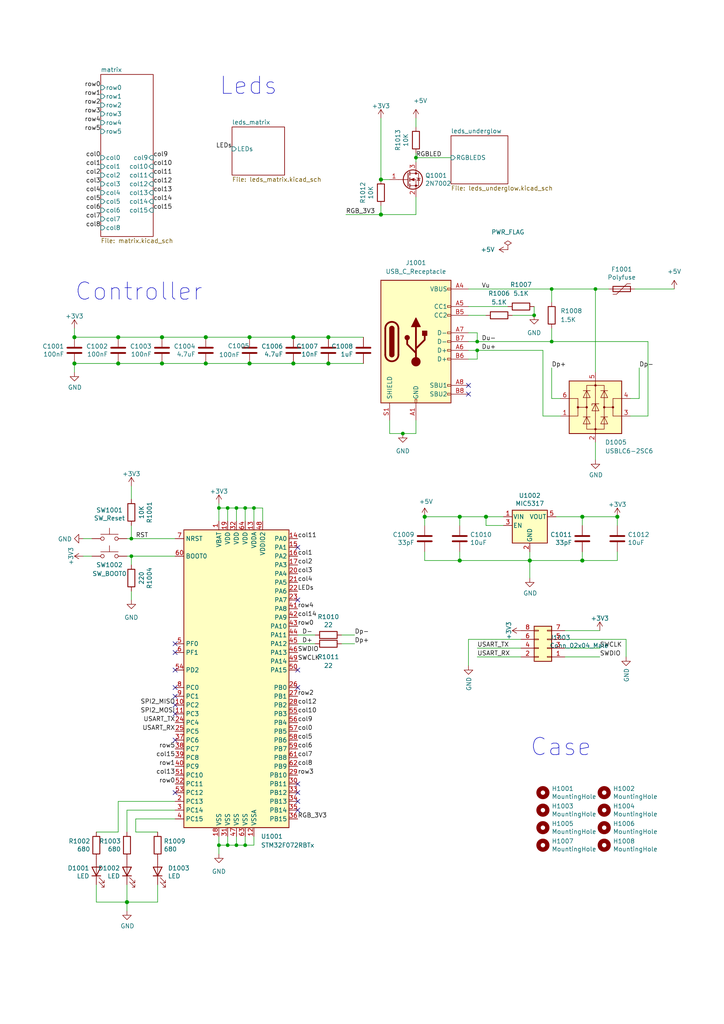
<source format=kicad_sch>
(kicad_sch (version 20211123) (generator eeschema)

  (uuid 6c802097-b92b-4c6e-8bcf-0c06967c9b98)

  (paper "A4" portrait)

  (title_block
    (title "ValKey")
    (date "2022-09-02")
    (rev "0.3")
    (company "Thomas Schwery")
    (comment 1 "ValKey TKL Keyboard")
  )

  

  (junction (at 46.99 105.41) (diameter 1.016) (color 0 0 0 0)
    (uuid 024576cc-d323-416f-900e-a27873a473ba)
  )
  (junction (at 95.25 97.79) (diameter 1.016) (color 0 0 0 0)
    (uuid 03b7a014-8871-4b43-b6c6-a5225862f175)
  )
  (junction (at 110.49 52.07) (diameter 1.016) (color 0 0 0 0)
    (uuid 064fc2b7-cf54-4c12-9e6d-4eab2a22638b)
  )
  (junction (at 179.07 149.86) (diameter 1.016) (color 0 0 0 0)
    (uuid 07266ea0-70ce-4991-bbc6-3ff48ede83ff)
  )
  (junction (at 71.12 245.11) (diameter 0) (color 0 0 0 0)
    (uuid 075001e8-93dc-4d8d-9149-553eac7fc058)
  )
  (junction (at 153.67 162.56) (diameter 1.016) (color 0 0 0 0)
    (uuid 0b9c0c69-f841-4cc6-812a-6226440471a9)
  )
  (junction (at 66.04 245.11) (diameter 0) (color 0 0 0 0)
    (uuid 13ded434-54d2-40e0-a2db-e570f868480c)
  )
  (junction (at 59.69 97.79) (diameter 1.016) (color 0 0 0 0)
    (uuid 1ed2513c-1074-4c7c-8d71-6845c729a615)
  )
  (junction (at 59.69 105.41) (diameter 1.016) (color 0 0 0 0)
    (uuid 1ee6ad6f-7314-440f-aaed-4a7abd1d2bc0)
  )
  (junction (at 46.99 97.79) (diameter 1.016) (color 0 0 0 0)
    (uuid 23e25079-3eb5-45e4-850f-6e22cc140aad)
  )
  (junction (at 34.29 105.41) (diameter 1.016) (color 0 0 0 0)
    (uuid 27daf35c-1966-4a5d-89ed-2fa27b88e6d2)
  )
  (junction (at 34.29 97.79) (diameter 1.016) (color 0 0 0 0)
    (uuid 2b3f9a73-6e3f-4b73-8029-f08d76fe576e)
  )
  (junction (at 66.04 147.32) (diameter 0) (color 0 0 0 0)
    (uuid 3a3c1d9c-8c1d-4325-b4ba-8df55bb762d4)
  )
  (junction (at 172.72 83.82) (diameter 0) (color 0 0 0 0)
    (uuid 407282b5-7cfe-48c8-9efa-1074e53e5f59)
  )
  (junction (at 140.97 149.86) (diameter 1.016) (color 0 0 0 0)
    (uuid 45f7b5d1-05f6-4161-aa82-7b7c9c99a4c9)
  )
  (junction (at 21.59 105.41) (diameter 1.016) (color 0 0 0 0)
    (uuid 4c6a64a9-756a-4c87-a3f6-8b13f90a1472)
  )
  (junction (at 21.59 97.79) (diameter 1.016) (color 0 0 0 0)
    (uuid 4ca01a63-aa38-4d0e-b89f-16b6a8542c5f)
  )
  (junction (at 120.65 45.72) (diameter 0) (color 0 0 0 0)
    (uuid 56fc6411-ea67-4d86-a9e4-f2a772aed332)
  )
  (junction (at 63.5 245.11) (diameter 0) (color 0 0 0 0)
    (uuid 5b7a63a1-d66d-4630-b10a-c71d3c99cb5f)
  )
  (junction (at 160.02 99.06) (diameter 0) (color 0 0 0 0)
    (uuid 61417975-34bc-447f-a1a4-7527f4a0bbf9)
  )
  (junction (at 68.58 147.32) (diameter 0) (color 0 0 0 0)
    (uuid 61a5e969-ae49-4bb8-842f-eaacababe854)
  )
  (junction (at 36.83 261.62) (diameter 1.016) (color 0 0 0 0)
    (uuid 626e0b4d-50c5-47a4-90ab-e76bea3fee00)
  )
  (junction (at 95.25 105.41) (diameter 1.016) (color 0 0 0 0)
    (uuid 646b288a-b6a2-4eaa-bf60-3d5fc2d926b0)
  )
  (junction (at 72.39 105.41) (diameter 1.016) (color 0 0 0 0)
    (uuid 72299a4f-fb1b-419d-9cd2-3eff0be42bc9)
  )
  (junction (at 110.49 62.23) (diameter 1.016) (color 0 0 0 0)
    (uuid 7bcb6853-d267-465c-866c-fb2e9292e946)
  )
  (junction (at 133.35 162.56) (diameter 1.016) (color 0 0 0 0)
    (uuid 7f97619f-82e7-4efc-ad50-549a211e0021)
  )
  (junction (at 168.91 149.86) (diameter 1.016) (color 0 0 0 0)
    (uuid 842d84cd-3551-4793-95e3-794baaab3496)
  )
  (junction (at 138.43 99.06) (diameter 0) (color 0 0 0 0)
    (uuid 856d8578-5471-4a24-86e5-db95dbc670d4)
  )
  (junction (at 123.19 149.86) (diameter 1.016) (color 0 0 0 0)
    (uuid 88279390-fe25-4a9f-8b3c-ced516a6cd80)
  )
  (junction (at 73.66 147.32) (diameter 0) (color 0 0 0 0)
    (uuid 8aab4f15-11e5-43fe-9ae0-3c821658b14f)
  )
  (junction (at 38.1 156.21) (diameter 0) (color 0 0 0 0)
    (uuid 8f2e8130-e4a8-4ede-9911-587fdc2e5534)
  )
  (junction (at 133.35 149.86) (diameter 1.016) (color 0 0 0 0)
    (uuid a26f2920-5586-4e37-b175-78106d6e2ef6)
  )
  (junction (at 68.58 245.11) (diameter 0) (color 0 0 0 0)
    (uuid b8009469-c7c7-48ab-b158-b971c90a5dbe)
  )
  (junction (at 72.39 97.79) (diameter 1.016) (color 0 0 0 0)
    (uuid c00234b0-2462-4fe1-b3b8-83e830fe129d)
  )
  (junction (at 71.12 147.32) (diameter 0) (color 0 0 0 0)
    (uuid c05091a4-f149-44a3-a2c9-63f2e3ea4749)
  )
  (junction (at 85.09 105.41) (diameter 1.016) (color 0 0 0 0)
    (uuid c7191e00-95a7-41bd-9e70-db624f0fc4ad)
  )
  (junction (at 63.5 147.32) (diameter 0) (color 0 0 0 0)
    (uuid cd1ad8fc-3c3a-40bf-a78d-738cf2e0d2f2)
  )
  (junction (at 116.84 125.73) (diameter 0) (color 0 0 0 0)
    (uuid cdacbc7d-f599-46f9-9c04-a4c4bbc6cfd1)
  )
  (junction (at 38.1 161.29) (diameter 0) (color 0 0 0 0)
    (uuid d061a7a4-45bc-4d14-9bf5-53dcd91c8ac9)
  )
  (junction (at 138.43 101.6) (diameter 0) (color 0 0 0 0)
    (uuid d96b7667-a4e6-4ba4-a551-d21ce1b6abad)
  )
  (junction (at 154.94 91.44) (diameter 0) (color 0 0 0 0)
    (uuid f7939c27-3b21-4845-b5eb-8b2b82740a69)
  )
  (junction (at 168.91 162.56) (diameter 1.016) (color 0 0 0 0)
    (uuid f877eab9-2cd4-42ba-af2f-144d80e2aec9)
  )
  (junction (at 160.02 83.82) (diameter 0) (color 0 0 0 0)
    (uuid fcef315d-3390-46b0-ae86-fedbe0763316)
  )
  (junction (at 85.09 97.79) (diameter 1.016) (color 0 0 0 0)
    (uuid ff9be1cc-9f34-40b5-9697-7c50f6f062b9)
  )

  (no_connect (at 135.89 111.76) (uuid 583c5e54-dbfa-4af7-ae2a-0f26368e5f90))
  (no_connect (at 135.89 114.3) (uuid 583c5e54-dbfa-4af7-ae2a-0f26368e5f91))
  (no_connect (at 86.36 158.75) (uuid 5a7d6c42-17b9-430c-98ff-b15b177fe445))
  (no_connect (at 86.36 173.99) (uuid 5a7d6c42-17b9-430c-98ff-b15b177fe446))
  (no_connect (at 50.8 229.87) (uuid 5a7d6c42-17b9-430c-98ff-b15b177fe447))
  (no_connect (at 86.36 199.39) (uuid 5a7d6c42-17b9-430c-98ff-b15b177fe448))
  (no_connect (at 86.36 227.33) (uuid 5a7d6c42-17b9-430c-98ff-b15b177fe449))
  (no_connect (at 86.36 229.87) (uuid 5a7d6c42-17b9-430c-98ff-b15b177fe44a))
  (no_connect (at 86.36 194.31) (uuid b7d8972e-7abf-48d8-8526-360bef41a9b4))
  (no_connect (at 50.8 186.69) (uuid b7d8972e-7abf-48d8-8526-360bef41a9b5))
  (no_connect (at 50.8 194.31) (uuid b7d8972e-7abf-48d8-8526-360bef41a9b6))
  (no_connect (at 50.8 201.93) (uuid b7d8972e-7abf-48d8-8526-360bef41a9b7))
  (no_connect (at 50.8 189.23) (uuid b7d8972e-7abf-48d8-8526-360bef41a9b8))
  (no_connect (at 50.8 199.39) (uuid b7d8972e-7abf-48d8-8526-360bef41a9b9))
  (no_connect (at 50.8 214.63) (uuid b7d8972e-7abf-48d8-8526-360bef41a9bb))
  (no_connect (at 86.36 234.95) (uuid b7d8972e-7abf-48d8-8526-360bef41a9bf))
  (no_connect (at 86.36 232.41) (uuid b7d8972e-7abf-48d8-8526-360bef41a9c1))
  (no_connect (at 50.8 204.47) (uuid fbd7f341-2a74-422d-adbd-706c1e4c4c0a))
  (no_connect (at 50.8 207.01) (uuid fbd7f341-2a74-422d-adbd-706c1e4c4c0b))

  (wire (pts (xy 153.67 162.56) (xy 168.91 162.56))
    (stroke (width 0) (type solid) (color 0 0 0 0))
    (uuid 029abab8-be69-4320-ae88-0bc215bc5afd)
  )
  (wire (pts (xy 135.89 185.42) (xy 135.89 193.04))
    (stroke (width 0) (type solid) (color 0 0 0 0))
    (uuid 02c168ce-37c4-4609-b02e-61f3709d8b48)
  )
  (wire (pts (xy 168.91 162.56) (xy 179.07 162.56))
    (stroke (width 0) (type solid) (color 0 0 0 0))
    (uuid 09e61ab7-a4af-4e71-ba4d-6117401b02cb)
  )
  (wire (pts (xy 34.29 105.41) (xy 46.99 105.41))
    (stroke (width 0) (type solid) (color 0 0 0 0))
    (uuid 0e584504-f07c-4240-8dc7-a7358f72b2db)
  )
  (wire (pts (xy 135.89 88.9) (xy 147.32 88.9))
    (stroke (width 0) (type default) (color 0 0 0 0))
    (uuid 1338f84c-8906-4116-a6a6-20c4bdaff9a8)
  )
  (wire (pts (xy 34.29 232.41) (xy 34.29 241.3))
    (stroke (width 0) (type default) (color 0 0 0 0))
    (uuid 147731bd-58c8-4c69-ab7d-d6482b319d25)
  )
  (wire (pts (xy 63.5 242.57) (xy 63.5 245.11))
    (stroke (width 0) (type default) (color 0 0 0 0))
    (uuid 15416bbd-c50e-4365-b24a-e29e293df335)
  )
  (wire (pts (xy 66.04 245.11) (xy 68.58 245.11))
    (stroke (width 0) (type default) (color 0 0 0 0))
    (uuid 1564bb64-6770-4c2f-89a6-17449073f533)
  )
  (wire (pts (xy 138.43 104.14) (xy 138.43 101.6))
    (stroke (width 0) (type default) (color 0 0 0 0))
    (uuid 156bddc0-e507-4ff2-8faa-6a8912cf585c)
  )
  (wire (pts (xy 36.83 234.95) (xy 36.83 241.3))
    (stroke (width 0) (type default) (color 0 0 0 0))
    (uuid 163a6493-29e9-4092-b728-dd46eb1d4a62)
  )
  (wire (pts (xy 66.04 147.32) (xy 63.5 147.32))
    (stroke (width 0) (type default) (color 0 0 0 0))
    (uuid 17a890fa-9de5-49cf-98e8-3fa89c290122)
  )
  (wire (pts (xy 50.8 232.41) (xy 34.29 232.41))
    (stroke (width 0) (type default) (color 0 0 0 0))
    (uuid 183a83ad-ac85-4ce9-872e-15719ed0876a)
  )
  (wire (pts (xy 123.19 149.86) (xy 123.19 152.4))
    (stroke (width 0) (type solid) (color 0 0 0 0))
    (uuid 19bd2617-b32d-499b-afd3-df0e6e915447)
  )
  (wire (pts (xy 113.03 121.92) (xy 113.03 125.73))
    (stroke (width 0) (type default) (color 0 0 0 0))
    (uuid 1b653a45-4e96-48d1-8e9e-71135e8f59f5)
  )
  (wire (pts (xy 36.83 261.62) (xy 36.83 264.16))
    (stroke (width 0) (type solid) (color 0 0 0 0))
    (uuid 1bb4f7aa-83ec-40bd-9120-a1b4d3aa96b4)
  )
  (wire (pts (xy 21.59 105.41) (xy 34.29 105.41))
    (stroke (width 0) (type solid) (color 0 0 0 0))
    (uuid 1bcf5ef2-bdd7-4786-9752-9236c67d4f01)
  )
  (wire (pts (xy 187.96 99.06) (xy 187.96 120.65))
    (stroke (width 0) (type default) (color 0 0 0 0))
    (uuid 1d0ebe40-5f27-41e0-8935-0046d4683a5b)
  )
  (wire (pts (xy 110.49 62.23) (xy 120.65 62.23))
    (stroke (width 0) (type solid) (color 0 0 0 0))
    (uuid 1d5e79cc-5384-4e36-8646-9a23470d389b)
  )
  (wire (pts (xy 76.2 147.32) (xy 73.66 147.32))
    (stroke (width 0) (type default) (color 0 0 0 0))
    (uuid 1ed983f3-f95d-4a6c-ad11-94c75106ebf4)
  )
  (wire (pts (xy 116.84 125.73) (xy 120.65 125.73))
    (stroke (width 0) (type default) (color 0 0 0 0))
    (uuid 1fc4c10c-e7a3-44ff-ba38-3fe46a4f6d32)
  )
  (wire (pts (xy 66.04 147.32) (xy 66.04 151.13))
    (stroke (width 0) (type default) (color 0 0 0 0))
    (uuid 22dee7cd-5c20-4617-afcb-7aaaf64b08e3)
  )
  (wire (pts (xy 135.89 91.44) (xy 140.97 91.44))
    (stroke (width 0) (type default) (color 0 0 0 0))
    (uuid 22e3b405-357f-4c06-8f08-97e43ed66cd6)
  )
  (wire (pts (xy 38.1 171.45) (xy 38.1 173.99))
    (stroke (width 0) (type default) (color 0 0 0 0))
    (uuid 238e7bfd-94cd-4a7e-b67c-b729def12a0b)
  )
  (wire (pts (xy 135.89 83.82) (xy 160.02 83.82))
    (stroke (width 0) (type default) (color 0 0 0 0))
    (uuid 2438424d-2fe9-4593-beb5-c2872db94d2c)
  )
  (wire (pts (xy 120.65 44.45) (xy 120.65 45.72))
    (stroke (width 0) (type solid) (color 0 0 0 0))
    (uuid 278185c2-9878-4c06-acca-c7c600f20e86)
  )
  (wire (pts (xy 21.59 97.79) (xy 34.29 97.79))
    (stroke (width 0) (type solid) (color 0 0 0 0))
    (uuid 29234e6a-039d-4e5c-97a0-d2a8083bdabf)
  )
  (wire (pts (xy 36.83 156.21) (xy 38.1 156.21))
    (stroke (width 0) (type solid) (color 0 0 0 0))
    (uuid 2afd4200-5252-4a25-8eb3-f9e95703b8be)
  )
  (wire (pts (xy 172.72 128.27) (xy 172.72 133.35))
    (stroke (width 0) (type default) (color 0 0 0 0))
    (uuid 2d3b3c08-2a2d-407f-8cd0-1b730673552e)
  )
  (wire (pts (xy 110.49 34.29) (xy 110.49 52.07))
    (stroke (width 0) (type solid) (color 0 0 0 0))
    (uuid 2d92a8ee-db0b-4935-a051-d89736839ef9)
  )
  (wire (pts (xy 45.72 256.54) (xy 45.72 261.62))
    (stroke (width 0) (type solid) (color 0 0 0 0))
    (uuid 2ddf6192-afab-4404-996f-1007a250ca35)
  )
  (wire (pts (xy 185.42 106.68) (xy 185.42 115.57))
    (stroke (width 0) (type default) (color 0 0 0 0))
    (uuid 2e04f59a-c265-4ac3-ad94-4e19d4190599)
  )
  (wire (pts (xy 135.89 96.52) (xy 138.43 96.52))
    (stroke (width 0) (type default) (color 0 0 0 0))
    (uuid 30eb9002-85c0-4828-8437-de721f1affab)
  )
  (wire (pts (xy 46.99 97.79) (xy 59.69 97.79))
    (stroke (width 0) (type solid) (color 0 0 0 0))
    (uuid 33cb5b5d-424f-498e-b389-dc7451f38aa0)
  )
  (wire (pts (xy 123.19 162.56) (xy 123.19 160.02))
    (stroke (width 0) (type solid) (color 0 0 0 0))
    (uuid 36264b5f-4775-4ba0-8af2-d11a211b2ea3)
  )
  (wire (pts (xy 95.25 105.41) (xy 105.41 105.41))
    (stroke (width 0) (type solid) (color 0 0 0 0))
    (uuid 3dbcf25e-ce19-4b56-9ad0-2c3c5166ddd0)
  )
  (wire (pts (xy 133.35 152.4) (xy 133.35 149.86))
    (stroke (width 0) (type solid) (color 0 0 0 0))
    (uuid 3ee4e9eb-1f8c-4c43-a77e-c51cadc679d5)
  )
  (wire (pts (xy 153.67 162.56) (xy 153.67 167.64))
    (stroke (width 0) (type solid) (color 0 0 0 0))
    (uuid 3fc5893f-21e1-427a-b3eb-a1d695f37c57)
  )
  (wire (pts (xy 138.43 101.6) (xy 157.48 101.6))
    (stroke (width 0) (type default) (color 0 0 0 0))
    (uuid 41a0ade2-2827-4399-b6ff-5e9ea1a9bdb0)
  )
  (wire (pts (xy 59.69 97.79) (xy 72.39 97.79))
    (stroke (width 0) (type solid) (color 0 0 0 0))
    (uuid 425e1ead-48be-4e53-aab1-49a39fb9c67e)
  )
  (wire (pts (xy 135.89 99.06) (xy 138.43 99.06))
    (stroke (width 0) (type default) (color 0 0 0 0))
    (uuid 444b7404-d17f-437e-b4bb-7f38aa7e4df8)
  )
  (wire (pts (xy 68.58 242.57) (xy 68.58 245.11))
    (stroke (width 0) (type default) (color 0 0 0 0))
    (uuid 45b1855f-6513-45b0-b6bb-11fc6c1dee48)
  )
  (wire (pts (xy 99.06 184.15) (xy 102.87 184.15))
    (stroke (width 0) (type default) (color 0 0 0 0))
    (uuid 4af327b0-59aa-4f6e-843c-f93de89243a3)
  )
  (wire (pts (xy 110.49 59.69) (xy 110.49 62.23))
    (stroke (width 0) (type solid) (color 0 0 0 0))
    (uuid 4c6a2b47-a6ad-42dc-8d37-a8859cde3d4b)
  )
  (wire (pts (xy 133.35 149.86) (xy 140.97 149.86))
    (stroke (width 0) (type solid) (color 0 0 0 0))
    (uuid 4cb96f7a-7ff9-4084-968f-7cd30e17b784)
  )
  (wire (pts (xy 63.5 146.05) (xy 63.5 147.32))
    (stroke (width 0) (type default) (color 0 0 0 0))
    (uuid 4db241a1-5986-4826-b2b0-4268807eff6b)
  )
  (wire (pts (xy 27.94 256.54) (xy 27.94 261.62))
    (stroke (width 0) (type solid) (color 0 0 0 0))
    (uuid 4ebe1e11-5e01-4342-bdb8-1001f505ed8e)
  )
  (wire (pts (xy 68.58 245.11) (xy 71.12 245.11))
    (stroke (width 0) (type default) (color 0 0 0 0))
    (uuid 52e63d1c-c972-454b-b8f1-1249059e27ed)
  )
  (wire (pts (xy 179.07 162.56) (xy 179.07 160.02))
    (stroke (width 0) (type solid) (color 0 0 0 0))
    (uuid 5303223a-441b-4065-b7e1-de53d1391624)
  )
  (wire (pts (xy 120.65 62.23) (xy 120.65 57.15))
    (stroke (width 0) (type solid) (color 0 0 0 0))
    (uuid 56fd0d63-5e14-43a5-8002-83af5cf3fc34)
  )
  (wire (pts (xy 160.02 83.82) (xy 172.72 83.82))
    (stroke (width 0) (type default) (color 0 0 0 0))
    (uuid 5e48c005-ad79-4ef7-b589-eb66458fff8f)
  )
  (wire (pts (xy 36.83 256.54) (xy 36.83 261.62))
    (stroke (width 0) (type solid) (color 0 0 0 0))
    (uuid 5e9c2c48-754f-47ae-9f04-37082c8c606d)
  )
  (wire (pts (xy 38.1 161.29) (xy 38.1 163.83))
    (stroke (width 0) (type default) (color 0 0 0 0))
    (uuid 5f07fc35-db33-4542-8bc0-f68fa60b4487)
  )
  (wire (pts (xy 163.83 187.96) (xy 173.99 187.96))
    (stroke (width 0) (type solid) (color 0 0 0 0))
    (uuid 5fd7637c-0e0f-4b7f-b575-97f583fbf255)
  )
  (wire (pts (xy 73.66 245.11) (xy 73.66 242.57))
    (stroke (width 0) (type default) (color 0 0 0 0))
    (uuid 61139d2d-3f81-406e-a670-6715a0daa8d5)
  )
  (wire (pts (xy 24.13 161.29) (xy 26.67 161.29))
    (stroke (width 0) (type default) (color 0 0 0 0))
    (uuid 62330368-81c2-476c-b348-b389b3be62cf)
  )
  (wire (pts (xy 161.29 149.86) (xy 168.91 149.86))
    (stroke (width 0) (type solid) (color 0 0 0 0))
    (uuid 64a53c75-7f18-4a72-8563-ec6e3698ca00)
  )
  (wire (pts (xy 181.61 185.42) (xy 181.61 190.5))
    (stroke (width 0) (type solid) (color 0 0 0 0))
    (uuid 67362310-425e-420b-b93f-4df4d69bf6eb)
  )
  (wire (pts (xy 160.02 106.68) (xy 160.02 115.57))
    (stroke (width 0) (type default) (color 0 0 0 0))
    (uuid 68cc951d-70df-49b1-91e7-7f32c88a7807)
  )
  (wire (pts (xy 38.1 152.4) (xy 38.1 156.21))
    (stroke (width 0) (type default) (color 0 0 0 0))
    (uuid 6b21168b-6694-4a2c-aa54-13b734796997)
  )
  (wire (pts (xy 73.66 147.32) (xy 71.12 147.32))
    (stroke (width 0) (type default) (color 0 0 0 0))
    (uuid 6b4d3f0d-256e-479f-b396-4757292b5222)
  )
  (wire (pts (xy 68.58 147.32) (xy 66.04 147.32))
    (stroke (width 0) (type default) (color 0 0 0 0))
    (uuid 7066a73a-10a1-4492-8573-d244522d4d3b)
  )
  (wire (pts (xy 63.5 245.11) (xy 66.04 245.11))
    (stroke (width 0) (type default) (color 0 0 0 0))
    (uuid 70d42b34-a821-40bc-b3ca-02d5da5a7be0)
  )
  (wire (pts (xy 71.12 245.11) (xy 73.66 245.11))
    (stroke (width 0) (type default) (color 0 0 0 0))
    (uuid 727dc8e6-7dd2-43bb-897b-7144b1ab19c6)
  )
  (wire (pts (xy 63.5 147.32) (xy 63.5 151.13))
    (stroke (width 0) (type default) (color 0 0 0 0))
    (uuid 728f275d-f5a0-436c-bfc4-d95cb94ba772)
  )
  (wire (pts (xy 100.33 62.23) (xy 110.49 62.23))
    (stroke (width 0) (type solid) (color 0 0 0 0))
    (uuid 732bd05c-1f9b-4da7-9828-6cc07da3d0ea)
  )
  (wire (pts (xy 34.29 97.79) (xy 46.99 97.79))
    (stroke (width 0) (type solid) (color 0 0 0 0))
    (uuid 732d9061-3ee5-4ccf-898e-fba0e868e196)
  )
  (wire (pts (xy 168.91 149.86) (xy 168.91 152.4))
    (stroke (width 0) (type solid) (color 0 0 0 0))
    (uuid 7460bdef-9259-454a-a468-d5f8381efa00)
  )
  (wire (pts (xy 163.83 190.5) (xy 173.99 190.5))
    (stroke (width 0) (type solid) (color 0 0 0 0))
    (uuid 7555717e-5631-4776-947d-aab95554010d)
  )
  (wire (pts (xy 160.02 95.25) (xy 160.02 99.06))
    (stroke (width 0) (type default) (color 0 0 0 0))
    (uuid 76f5531e-1537-4c7d-ba7c-ca91e96bcf0d)
  )
  (wire (pts (xy 72.39 105.41) (xy 85.09 105.41))
    (stroke (width 0) (type solid) (color 0 0 0 0))
    (uuid 77e26dfa-03a6-4f74-b320-a052031a61fc)
  )
  (wire (pts (xy 68.58 147.32) (xy 71.12 147.32))
    (stroke (width 0) (type default) (color 0 0 0 0))
    (uuid 77f18f6f-10f0-4f5f-8398-61ea5cd6c204)
  )
  (wire (pts (xy 138.43 99.06) (xy 138.43 96.52))
    (stroke (width 0) (type default) (color 0 0 0 0))
    (uuid 7985b64e-0926-4735-92d4-1ba32560d190)
  )
  (wire (pts (xy 113.03 125.73) (xy 116.84 125.73))
    (stroke (width 0) (type default) (color 0 0 0 0))
    (uuid 7a0beb63-a12a-403b-bcdd-3d0523c9ad92)
  )
  (wire (pts (xy 27.94 261.62) (xy 36.83 261.62))
    (stroke (width 0) (type solid) (color 0 0 0 0))
    (uuid 7eadbf3d-d451-4875-b14e-30cf2ddc25d6)
  )
  (wire (pts (xy 123.19 162.56) (xy 133.35 162.56))
    (stroke (width 0) (type solid) (color 0 0 0 0))
    (uuid 7fde16bc-e880-42fa-813c-d081e0d5842d)
  )
  (wire (pts (xy 163.83 182.88) (xy 173.99 182.88))
    (stroke (width 0) (type solid) (color 0 0 0 0))
    (uuid 8284dd63-c89b-4e9b-bba7-9d3d30510861)
  )
  (wire (pts (xy 146.05 152.4) (xy 140.97 152.4))
    (stroke (width 0) (type solid) (color 0 0 0 0))
    (uuid 82aab56c-9e01-4935-b742-8bbd794f533f)
  )
  (wire (pts (xy 99.06 186.69) (xy 102.87 186.69))
    (stroke (width 0) (type default) (color 0 0 0 0))
    (uuid 87f3fd3f-b66c-4742-b881-e4f6cc6596d8)
  )
  (wire (pts (xy 50.8 234.95) (xy 36.83 234.95))
    (stroke (width 0) (type default) (color 0 0 0 0))
    (uuid 88024e3a-578a-44bb-b36c-56e11648293f)
  )
  (wire (pts (xy 73.66 147.32) (xy 73.66 151.13))
    (stroke (width 0) (type default) (color 0 0 0 0))
    (uuid 8b3dd6ff-b8c0-4f3d-a301-e19094b9e03b)
  )
  (wire (pts (xy 182.88 120.65) (xy 187.96 120.65))
    (stroke (width 0) (type default) (color 0 0 0 0))
    (uuid 8f140b20-6a93-460c-a2f9-9524146a5b2f)
  )
  (wire (pts (xy 160.02 83.82) (xy 160.02 87.63))
    (stroke (width 0) (type default) (color 0 0 0 0))
    (uuid 8f4230aa-8bcc-4e0c-aa94-85ed58ae344c)
  )
  (wire (pts (xy 151.13 190.5) (xy 138.43 190.5))
    (stroke (width 0) (type solid) (color 0 0 0 0))
    (uuid 90c6e99e-e392-4a40-84cd-116c89985672)
  )
  (wire (pts (xy 120.65 45.72) (xy 120.65 46.99))
    (stroke (width 0) (type solid) (color 0 0 0 0))
    (uuid 94231ceb-f076-4fbf-8d08-a8f2e9baed91)
  )
  (wire (pts (xy 113.03 52.07) (xy 110.49 52.07))
    (stroke (width 0) (type solid) (color 0 0 0 0))
    (uuid 94900424-fd47-4bab-8fb5-82e059fc29d4)
  )
  (wire (pts (xy 38.1 156.21) (xy 50.8 156.21))
    (stroke (width 0) (type solid) (color 0 0 0 0))
    (uuid 9809c69c-a2f9-41fe-b9f1-ffbab6078d4c)
  )
  (wire (pts (xy 182.88 115.57) (xy 185.42 115.57))
    (stroke (width 0) (type default) (color 0 0 0 0))
    (uuid 98b73885-e034-43d9-917d-5f8d21a8d0b8)
  )
  (wire (pts (xy 157.48 101.6) (xy 157.48 120.65))
    (stroke (width 0) (type default) (color 0 0 0 0))
    (uuid 9be3bc5f-e9b0-4c46-8c48-32023987bc98)
  )
  (wire (pts (xy 36.83 261.62) (xy 45.72 261.62))
    (stroke (width 0) (type solid) (color 0 0 0 0))
    (uuid 9ce77705-8b98-4531-a94f-e6e33c5335e4)
  )
  (wire (pts (xy 153.67 160.02) (xy 153.67 162.56))
    (stroke (width 0) (type solid) (color 0 0 0 0))
    (uuid 9df656c7-4cd3-4f38-b180-85621f468085)
  )
  (wire (pts (xy 68.58 147.32) (xy 68.58 151.13))
    (stroke (width 0) (type default) (color 0 0 0 0))
    (uuid 9e546961-e137-4396-98e1-314767cede2e)
  )
  (wire (pts (xy 157.48 120.65) (xy 162.56 120.65))
    (stroke (width 0) (type default) (color 0 0 0 0))
    (uuid a0d9ca2f-c7ff-4247-a730-4de67b341f31)
  )
  (wire (pts (xy 21.59 95.25) (xy 21.59 97.79))
    (stroke (width 0) (type solid) (color 0 0 0 0))
    (uuid a1d1bc25-206e-49e1-8c5e-9551ac1cc36b)
  )
  (wire (pts (xy 172.72 83.82) (xy 176.53 83.82))
    (stroke (width 0) (type default) (color 0 0 0 0))
    (uuid a42a07c5-ff4c-44ca-bd84-b894edb56304)
  )
  (wire (pts (xy 76.2 151.13) (xy 76.2 147.32))
    (stroke (width 0) (type default) (color 0 0 0 0))
    (uuid a9526ffd-2d90-4fcb-95a3-55f4299aabcc)
  )
  (wire (pts (xy 135.89 101.6) (xy 138.43 101.6))
    (stroke (width 0) (type default) (color 0 0 0 0))
    (uuid affb72a5-2e60-4672-be09-ab5c74ebd868)
  )
  (wire (pts (xy 120.65 34.29) (xy 120.65 36.83))
    (stroke (width 0) (type solid) (color 0 0 0 0))
    (uuid b472e16d-410d-4c66-9f42-18d454244fb1)
  )
  (wire (pts (xy 63.5 245.11) (xy 63.5 247.65))
    (stroke (width 0) (type default) (color 0 0 0 0))
    (uuid b5d75202-af59-438d-a9d9-3675f17609e5)
  )
  (wire (pts (xy 163.83 185.42) (xy 181.61 185.42))
    (stroke (width 0) (type solid) (color 0 0 0 0))
    (uuid bc95597b-c535-4d64-bda4-de697192410c)
  )
  (wire (pts (xy 160.02 115.57) (xy 162.56 115.57))
    (stroke (width 0) (type default) (color 0 0 0 0))
    (uuid c2ddbe46-0484-46d9-9289-f13825e664a4)
  )
  (wire (pts (xy 153.67 162.56) (xy 133.35 162.56))
    (stroke (width 0) (type solid) (color 0 0 0 0))
    (uuid c3d9aa61-5f78-4bc2-a5dd-35ce10e6c5cf)
  )
  (wire (pts (xy 160.02 99.06) (xy 187.96 99.06))
    (stroke (width 0) (type default) (color 0 0 0 0))
    (uuid c46f9a02-c6fe-4103-bd2e-6a54a765a2ca)
  )
  (wire (pts (xy 27.94 241.3) (xy 34.29 241.3))
    (stroke (width 0) (type solid) (color 0 0 0 0))
    (uuid c5e7553f-4577-43cb-b799-1da1d42d7928)
  )
  (wire (pts (xy 123.19 149.86) (xy 133.35 149.86))
    (stroke (width 0) (type solid) (color 0 0 0 0))
    (uuid c8ef4dc8-736e-4840-b4c3-892930c73357)
  )
  (wire (pts (xy 138.43 99.06) (xy 160.02 99.06))
    (stroke (width 0) (type default) (color 0 0 0 0))
    (uuid ca19b105-4939-4ca9-a1a6-7195c91a8fba)
  )
  (wire (pts (xy 148.59 91.44) (xy 154.94 91.44))
    (stroke (width 0) (type default) (color 0 0 0 0))
    (uuid ca3d6c0c-558f-4877-a395-13af1275757d)
  )
  (wire (pts (xy 120.65 45.72) (xy 130.81 45.72))
    (stroke (width 0) (type default) (color 0 0 0 0))
    (uuid ca65ee4a-51ca-4507-b1d9-3f9d524470ab)
  )
  (wire (pts (xy 86.36 186.69) (xy 91.44 186.69))
    (stroke (width 0) (type default) (color 0 0 0 0))
    (uuid ca67be3f-8ba9-48a6-a573-b5e053dcc716)
  )
  (wire (pts (xy 66.04 242.57) (xy 66.04 245.11))
    (stroke (width 0) (type default) (color 0 0 0 0))
    (uuid cd6c85f3-21a9-4fe3-8c61-1d819210cb1e)
  )
  (wire (pts (xy 133.35 162.56) (xy 133.35 160.02))
    (stroke (width 0) (type solid) (color 0 0 0 0))
    (uuid d11747ec-743a-4c10-af32-9019f5dc597f)
  )
  (wire (pts (xy 59.69 105.41) (xy 72.39 105.41))
    (stroke (width 0) (type solid) (color 0 0 0 0))
    (uuid d16ebbed-1021-403d-9b91-247fe60613c6)
  )
  (wire (pts (xy 168.91 160.02) (xy 168.91 162.56))
    (stroke (width 0) (type solid) (color 0 0 0 0))
    (uuid d21948db-43d1-4e78-b07a-fd8233edef55)
  )
  (wire (pts (xy 140.97 149.86) (xy 146.05 149.86))
    (stroke (width 0) (type solid) (color 0 0 0 0))
    (uuid d2e3d527-4f83-46b0-9327-c2c26599a40c)
  )
  (wire (pts (xy 184.15 83.82) (xy 195.58 83.82))
    (stroke (width 0) (type default) (color 0 0 0 0))
    (uuid d4ba9c63-b8da-4ab8-ad1a-a883f864ab98)
  )
  (wire (pts (xy 38.1 140.97) (xy 38.1 144.78))
    (stroke (width 0) (type default) (color 0 0 0 0))
    (uuid d5732c99-bcbd-4c30-a34f-bedc7ae1d919)
  )
  (wire (pts (xy 50.8 237.49) (xy 39.37 237.49))
    (stroke (width 0) (type default) (color 0 0 0 0))
    (uuid d651cf2e-8763-43db-8b6b-b359054ffa15)
  )
  (wire (pts (xy 179.07 149.86) (xy 179.07 152.4))
    (stroke (width 0) (type solid) (color 0 0 0 0))
    (uuid d8b75e3c-7db6-4f85-a489-f9764dd6e64d)
  )
  (wire (pts (xy 46.99 105.41) (xy 59.69 105.41))
    (stroke (width 0) (type solid) (color 0 0 0 0))
    (uuid d8d69321-89d8-4ee3-9250-0b35fad5d3ce)
  )
  (wire (pts (xy 154.94 88.9) (xy 154.94 91.44))
    (stroke (width 0) (type default) (color 0 0 0 0))
    (uuid da24355c-d263-48df-8bd2-71ad2030c703)
  )
  (wire (pts (xy 39.37 237.49) (xy 39.37 241.3))
    (stroke (width 0) (type default) (color 0 0 0 0))
    (uuid da4d8811-0003-45ea-b91f-e2d02ffe031e)
  )
  (wire (pts (xy 86.36 184.15) (xy 91.44 184.15))
    (stroke (width 0) (type default) (color 0 0 0 0))
    (uuid dacd9572-d54d-4963-a5d3-2467d294c859)
  )
  (wire (pts (xy 172.72 83.82) (xy 172.72 107.95))
    (stroke (width 0) (type default) (color 0 0 0 0))
    (uuid db362a6e-5d86-48b3-9557-dbc50d7ae0fa)
  )
  (wire (pts (xy 72.39 97.79) (xy 85.09 97.79))
    (stroke (width 0) (type solid) (color 0 0 0 0))
    (uuid dbb50062-970a-4848-b207-b8cf85319668)
  )
  (wire (pts (xy 71.12 242.57) (xy 71.12 245.11))
    (stroke (width 0) (type default) (color 0 0 0 0))
    (uuid dc4503b6-e919-4be7-8d0c-9f6b5a99a68f)
  )
  (wire (pts (xy 140.97 152.4) (xy 140.97 149.86))
    (stroke (width 0) (type solid) (color 0 0 0 0))
    (uuid e060b72e-ecc9-47c2-9ed7-764a93b3d564)
  )
  (wire (pts (xy 85.09 105.41) (xy 95.25 105.41))
    (stroke (width 0) (type solid) (color 0 0 0 0))
    (uuid e2891011-5561-4e96-ad9f-80c7612fa86e)
  )
  (wire (pts (xy 135.89 104.14) (xy 138.43 104.14))
    (stroke (width 0) (type default) (color 0 0 0 0))
    (uuid e2a9c91f-0c34-4b62-88fa-51548303c7c8)
  )
  (wire (pts (xy 21.59 105.41) (xy 21.59 107.95))
    (stroke (width 0) (type solid) (color 0 0 0 0))
    (uuid e30bccc2-5adb-4464-beea-f31a200ca838)
  )
  (wire (pts (xy 168.91 149.86) (xy 179.07 149.86))
    (stroke (width 0) (type solid) (color 0 0 0 0))
    (uuid e4a07a56-7507-49e4-884f-4af1f2e884c9)
  )
  (wire (pts (xy 120.65 125.73) (xy 120.65 121.92))
    (stroke (width 0) (type default) (color 0 0 0 0))
    (uuid e61e2bec-9dd5-4fa2-95f7-157858c41f56)
  )
  (wire (pts (xy 24.13 156.21) (xy 26.67 156.21))
    (stroke (width 0) (type default) (color 0 0 0 0))
    (uuid e8d61746-583f-46a4-ae9d-8706f219a8ae)
  )
  (wire (pts (xy 39.37 241.3) (xy 45.72 241.3))
    (stroke (width 0) (type solid) (color 0 0 0 0))
    (uuid ec506401-55d0-493a-9b6f-804a85e598ac)
  )
  (wire (pts (xy 85.09 97.79) (xy 95.25 97.79))
    (stroke (width 0) (type solid) (color 0 0 0 0))
    (uuid f13c31ec-2ea4-4beb-8c30-f635cf5dcef4)
  )
  (wire (pts (xy 36.83 161.29) (xy 38.1 161.29))
    (stroke (width 0) (type default) (color 0 0 0 0))
    (uuid f1d36ca2-cabc-45a4-b734-443ed85a43f6)
  )
  (wire (pts (xy 38.1 161.29) (xy 50.8 161.29))
    (stroke (width 0) (type default) (color 0 0 0 0))
    (uuid f3e1ad45-2e6f-4ca1-8719-dd95410b7e69)
  )
  (wire (pts (xy 95.25 97.79) (xy 105.41 97.79))
    (stroke (width 0) (type solid) (color 0 0 0 0))
    (uuid f4c04725-d2b6-408c-9abe-c9d431e9b81a)
  )
  (wire (pts (xy 151.13 185.42) (xy 135.89 185.42))
    (stroke (width 0) (type solid) (color 0 0 0 0))
    (uuid f614a275-a55c-46bd-890a-3a71921d2bd5)
  )
  (wire (pts (xy 71.12 147.32) (xy 71.12 151.13))
    (stroke (width 0) (type default) (color 0 0 0 0))
    (uuid f96c1a66-45e0-4621-9422-d580b7c73c95)
  )
  (wire (pts (xy 151.13 187.96) (xy 138.43 187.96))
    (stroke (width 0) (type solid) (color 0 0 0 0))
    (uuid fa9664db-43b4-4069-968b-21ff14bd47c5)
  )

  (text "Controller" (at 21.59 87.63 0)
    (effects (font (size 5.0038 5.0038)) (justify left bottom))
    (uuid 2b52caab-5f03-4de3-adcd-b4c8050af0e6)
  )
  (text "Leds\n" (at 63.5 27.94 0)
    (effects (font (size 5.0038 5.0038)) (justify left bottom))
    (uuid 8831ce80-b971-43e7-86c7-877b110c49b4)
  )
  (text "Case" (at 153.67 219.71 0)
    (effects (font (size 5.0038 5.0038)) (justify left bottom))
    (uuid 9f2f24bf-4062-4123-8806-68433744451e)
  )

  (label "row0" (at 29.21 25.4 180)
    (effects (font (size 1.27 1.27)) (justify right bottom))
    (uuid 006a10aa-08c9-4c24-9938-edd92651bad8)
  )
  (label "USART_RX" (at 138.43 190.5 0)
    (effects (font (size 1.27 1.27)) (justify left bottom))
    (uuid 0147bc42-265a-44d1-b1ff-58690c453651)
  )
  (label "USART_RX" (at 50.8 212.09 180)
    (effects (font (size 1.27 1.27)) (justify right bottom))
    (uuid 050dcb53-b8b3-4e7c-8d96-ff39b2464ec4)
  )
  (label "col10" (at 44.45 48.26 0)
    (effects (font (size 1.27 1.27)) (justify left bottom))
    (uuid 057805f5-9627-414a-ba2e-317f3497de4e)
  )
  (label "Du-" (at 139.7 99.06 0)
    (effects (font (size 1.27 1.27)) (justify left bottom))
    (uuid 05fc6c35-400b-43a3-9f35-f6ed4cb9e3f5)
  )
  (label "col2" (at 29.21 50.8 180)
    (effects (font (size 1.27 1.27)) (justify right bottom))
    (uuid 085ca870-4f79-43f6-95a2-9a07d0ef15e8)
  )
  (label "col15" (at 50.8 219.71 180)
    (effects (font (size 1.27 1.27)) (justify right bottom))
    (uuid 0b2a4d28-b6fd-45ad-8084-5cc1a7c26df9)
  )
  (label "row3" (at 29.21 33.02 180)
    (effects (font (size 1.27 1.27)) (justify right bottom))
    (uuid 0b6303bc-2244-43ef-bb0c-67cfe80c8c1b)
  )
  (label "LEDs" (at 67.31 43.18 180)
    (effects (font (size 1.27 1.27)) (justify right bottom))
    (uuid 0eeb0c50-b367-45df-9bfe-57ce38882142)
  )
  (label "row4" (at 86.36 176.53 0)
    (effects (font (size 1.27 1.27)) (justify left bottom))
    (uuid 102447ed-6015-4cba-b80a-e09cd214e095)
  )
  (label "col0" (at 86.36 212.09 0)
    (effects (font (size 1.27 1.27)) (justify left bottom))
    (uuid 10a7b442-1754-4ce5-80a3-983fd0ca05a3)
  )
  (label "SWDIO" (at 173.99 190.5 0)
    (effects (font (size 1.27 1.27)) (justify left bottom))
    (uuid 129f4169-e22c-4005-9883-ee2217abe458)
  )
  (label "D-" (at 87.63 184.15 0)
    (effects (font (size 1.27 1.27)) (justify left bottom))
    (uuid 1486b2b5-6600-4c7e-8d5a-284361ab3e3b)
  )
  (label "col0" (at 29.21 45.72 180)
    (effects (font (size 1.27 1.27)) (justify right bottom))
    (uuid 18d43ffe-a000-4366-9d8d-63d57f677ab6)
  )
  (label "col6" (at 86.36 217.17 0)
    (effects (font (size 1.27 1.27)) (justify left bottom))
    (uuid 19452d67-eae1-488e-bbfe-078adc25424f)
  )
  (label "LEDs" (at 86.36 171.45 0)
    (effects (font (size 1.27 1.27)) (justify left bottom))
    (uuid 1a39f1ca-05e8-47b5-baca-770d5462b3d0)
  )
  (label "Dp-" (at 102.87 184.15 0)
    (effects (font (size 1.27 1.27)) (justify left bottom))
    (uuid 1aeca47f-b5d9-4746-b2e7-bef8a97b84ad)
  )
  (label "col7" (at 86.36 219.71 0)
    (effects (font (size 1.27 1.27)) (justify left bottom))
    (uuid 2d8df15f-9d08-4d26-88f3-7053b190ea7d)
  )
  (label "row2" (at 86.36 201.93 0)
    (effects (font (size 1.27 1.27)) (justify left bottom))
    (uuid 2fd6589e-0b12-4a48-853b-6691ca5a58c4)
  )
  (label "Du+" (at 139.7 101.6 0)
    (effects (font (size 1.27 1.27)) (justify left bottom))
    (uuid 332737d1-40d6-4e5f-b381-bc00ba2928a6)
  )
  (label "row0" (at 50.8 227.33 180)
    (effects (font (size 1.27 1.27)) (justify right bottom))
    (uuid 33abfc82-77b7-4928-8e63-8b4ccc91e1b0)
  )
  (label "col13" (at 50.8 224.79 180)
    (effects (font (size 1.27 1.27)) (justify right bottom))
    (uuid 3751ed09-d1ba-411b-b3dd-678db53bbb0f)
  )
  (label "col12" (at 44.45 53.34 0)
    (effects (font (size 1.27 1.27)) (justify left bottom))
    (uuid 3c322c31-1925-4602-b9fe-26e80a2573ac)
  )
  (label "col5" (at 29.21 58.42 180)
    (effects (font (size 1.27 1.27)) (justify right bottom))
    (uuid 3c868f51-fb68-4704-97b0-b86badc4c8b1)
  )
  (label "SPI2_MISO" (at 50.8 204.47 180)
    (effects (font (size 1.27 1.27)) (justify right bottom))
    (uuid 4d2308db-7257-4015-98bf-359e7b123fe8)
  )
  (label "col1" (at 86.36 161.29 0)
    (effects (font (size 1.27 1.27)) (justify left bottom))
    (uuid 4ed7c2da-2aea-497a-878c-0d7b2fbb292a)
  )
  (label "col15" (at 44.45 60.96 0)
    (effects (font (size 1.27 1.27)) (justify left bottom))
    (uuid 512c73a7-7b7d-4f73-9742-1e0ef03cee4c)
  )
  (label "col10" (at 86.36 207.01 0)
    (effects (font (size 1.27 1.27)) (justify left bottom))
    (uuid 51c402ef-4643-425c-8601-62effb0719ff)
  )
  (label "USART_TX" (at 138.43 187.96 0)
    (effects (font (size 1.27 1.27)) (justify left bottom))
    (uuid 53f70746-4215-43c3-940e-673c8f62031b)
  )
  (label "col11" (at 86.36 156.21 0)
    (effects (font (size 1.27 1.27)) (justify left bottom))
    (uuid 57254bb0-e24e-42c9-bfb5-8cb088b2d71d)
  )
  (label "Vu" (at 139.7 83.82 0)
    (effects (font (size 1.27 1.27)) (justify left bottom))
    (uuid 576e4c37-e578-4acb-927e-96df26e3365c)
  )
  (label "col9" (at 44.45 45.72 0)
    (effects (font (size 1.27 1.27)) (justify left bottom))
    (uuid 62f08ea5-fbc8-4140-a882-081d2e122154)
  )
  (label "Dp-" (at 185.42 106.68 0)
    (effects (font (size 1.27 1.27)) (justify left bottom))
    (uuid 6ae805e6-9658-4f27-97f1-bd99587aa002)
  )
  (label "Dp+" (at 160.02 106.68 0)
    (effects (font (size 1.27 1.27)) (justify left bottom))
    (uuid 794adfac-a77c-4f19-a2b8-741f53de2ed3)
  )
  (label "col3" (at 29.21 53.34 180)
    (effects (font (size 1.27 1.27)) (justify right bottom))
    (uuid 7d245083-56da-42a6-88a4-dc2b2b5a1e6e)
  )
  (label "col12" (at 86.36 204.47 0)
    (effects (font (size 1.27 1.27)) (justify left bottom))
    (uuid 80c120b4-c6f1-45b5-b3f2-85717478fb70)
  )
  (label "Dp+" (at 102.87 186.69 0)
    (effects (font (size 1.27 1.27)) (justify left bottom))
    (uuid 833a6a71-2389-4a91-bd33-2c5e6f4f389d)
  )
  (label "row5" (at 29.21 38.1 180)
    (effects (font (size 1.27 1.27)) (justify right bottom))
    (uuid 84671759-908b-4085-95a3-fc03c16f54f9)
  )
  (label "row2" (at 29.21 30.48 180)
    (effects (font (size 1.27 1.27)) (justify right bottom))
    (uuid 85be6b21-2e06-423c-b209-dd56ff09ae32)
  )
  (label "col9" (at 86.36 209.55 0)
    (effects (font (size 1.27 1.27)) (justify left bottom))
    (uuid 917e20a3-6ea4-4a83-a9fe-cc910eda00fa)
  )
  (label "row1" (at 29.21 27.94 180)
    (effects (font (size 1.27 1.27)) (justify right bottom))
    (uuid 991deb1a-097c-45a4-baa7-180e888257f5)
  )
  (label "col8" (at 29.21 66.04 180)
    (effects (font (size 1.27 1.27)) (justify right bottom))
    (uuid 9a77d56c-0f01-47b0-abe1-5e889a10b4f9)
  )
  (label "SWCLK" (at 86.36 191.77 0)
    (effects (font (size 1.27 1.27)) (justify left bottom))
    (uuid 9df7ceba-d1eb-4ceb-9c59-01e6ec79dbe8)
  )
  (label "col8" (at 86.36 222.25 0)
    (effects (font (size 1.27 1.27)) (justify left bottom))
    (uuid a985b79c-9f5d-4edf-88d5-ad4e2de7fe2f)
  )
  (label "col13" (at 44.45 55.88 0)
    (effects (font (size 1.27 1.27)) (justify left bottom))
    (uuid ac3064db-d388-4207-9baa-91eb54146c60)
  )
  (label "col11" (at 44.45 50.8 0)
    (effects (font (size 1.27 1.27)) (justify left bottom))
    (uuid b053081f-46b1-45ed-ac1a-d855922a12c4)
  )
  (label "row4" (at 29.21 35.56 180)
    (effects (font (size 1.27 1.27)) (justify right bottom))
    (uuid b8fb4870-47fb-40cd-a570-9fcb4c6e5928)
  )
  (label "USART_TX" (at 50.8 209.55 180)
    (effects (font (size 1.27 1.27)) (justify right bottom))
    (uuid bdb9eb07-7bf0-480c-8e5b-1f3b4a642fce)
  )
  (label "col14" (at 86.36 179.07 0)
    (effects (font (size 1.27 1.27)) (justify left bottom))
    (uuid bdd616fb-ebfa-40a0-9126-bafcddf9a982)
  )
  (label "row0" (at 86.36 181.61 0)
    (effects (font (size 1.27 1.27)) (justify left bottom))
    (uuid c096ca54-6a7e-456c-a4ad-1bdfcc6208b6)
  )
  (label "col4" (at 86.36 168.91 0)
    (effects (font (size 1.27 1.27)) (justify left bottom))
    (uuid c3409fc8-d8d9-42c8-9767-0d21e4b69cd4)
  )
  (label "RST" (at 39.37 156.21 0)
    (effects (font (size 1.27 1.27)) (justify left bottom))
    (uuid c4c7ebe1-6482-42ec-a185-42ce06399dbc)
  )
  (label "row3" (at 86.36 224.79 0)
    (effects (font (size 1.27 1.27)) (justify left bottom))
    (uuid c595f14a-cbd4-47fd-a63b-9e3800029053)
  )
  (label "RGB_3V3" (at 86.36 237.49 0)
    (effects (font (size 1.27 1.27)) (justify left bottom))
    (uuid c8eb946d-9d5b-44f3-af15-04f2f58027f6)
  )
  (label "row1" (at 50.8 222.25 180)
    (effects (font (size 1.27 1.27)) (justify right bottom))
    (uuid c9d38002-6229-48eb-8ea7-ba182906ee0a)
  )
  (label "col4" (at 29.21 55.88 180)
    (effects (font (size 1.27 1.27)) (justify right bottom))
    (uuid c9eddcd5-459a-4e72-a0b5-30acebe8acef)
  )
  (label "RGB_3V3" (at 100.33 62.23 0)
    (effects (font (size 1.27 1.27)) (justify left bottom))
    (uuid d029f5da-7bf9-46a5-bb13-d25fefb2bcd6)
  )
  (label "SWCLK" (at 173.99 187.96 0)
    (effects (font (size 1.27 1.27)) (justify left bottom))
    (uuid d260eef3-b8af-4b3e-8668-7c90d32fdc9d)
  )
  (label "col1" (at 29.21 48.26 180)
    (effects (font (size 1.27 1.27)) (justify right bottom))
    (uuid d6dd5802-14cf-4dbc-a8d2-57bc07cfa12d)
  )
  (label "col3" (at 86.36 166.37 0)
    (effects (font (size 1.27 1.27)) (justify left bottom))
    (uuid d7a9892a-c64f-4aea-b22e-10620e6e3a47)
  )
  (label "col6" (at 29.21 60.96 180)
    (effects (font (size 1.27 1.27)) (justify right bottom))
    (uuid da57bae8-4bbb-49df-958a-0ad8dbaba8bf)
  )
  (label "SPI2_MOSI" (at 50.8 207.01 180)
    (effects (font (size 1.27 1.27)) (justify right bottom))
    (uuid dc44c4b4-f146-4bf5-888d-5e64f514cd9d)
  )
  (label "col5" (at 86.36 214.63 0)
    (effects (font (size 1.27 1.27)) (justify left bottom))
    (uuid df1ef55b-cee8-4524-b068-082e59a4e1a6)
  )
  (label "D+" (at 87.63 186.69 0)
    (effects (font (size 1.27 1.27)) (justify left bottom))
    (uuid ec8730ee-98f9-4470-bc71-8c71e2929552)
  )
  (label "row5" (at 50.8 217.17 180)
    (effects (font (size 1.27 1.27)) (justify right bottom))
    (uuid ee8e129f-4be6-467e-9b0c-cdec8343e343)
  )
  (label "RGBLED" (at 120.65 45.72 0)
    (effects (font (size 1.27 1.27)) (justify left bottom))
    (uuid f158811d-f803-473d-835c-5e2aca9fe253)
  )
  (label "col14" (at 44.45 58.42 0)
    (effects (font (size 1.27 1.27)) (justify left bottom))
    (uuid f15ba2c7-022a-456c-a150-1cfab87ff200)
  )
  (label "col7" (at 29.21 63.5 180)
    (effects (font (size 1.27 1.27)) (justify right bottom))
    (uuid f272cd02-da80-481e-926f-6cd847b7d64c)
  )
  (label "SWDIO" (at 86.36 189.23 0)
    (effects (font (size 1.27 1.27)) (justify left bottom))
    (uuid f4a9e390-7fc5-4034-866d-748d96754077)
  )
  (label "col2" (at 86.36 163.83 0)
    (effects (font (size 1.27 1.27)) (justify left bottom))
    (uuid f8bebd9d-ce56-470d-80be-cce7c6953421)
  )

  (symbol (lib_id "MCU_ST_STM32F0:STM32F072RBTx") (at 68.58 196.85 0) (unit 1)
    (in_bom yes) (on_board yes) (fields_autoplaced)
    (uuid 00000000-0000-0000-0000-00005b4fb57a)
    (property "Reference" "U1001" (id 0) (at 75.6794 242.57 0)
      (effects (font (size 1.27 1.27)) (justify left))
    )
    (property "Value" "STM32F072RBTx" (id 1) (at 75.6794 245.11 0)
      (effects (font (size 1.27 1.27)) (justify left))
    )
    (property "Footprint" "Package_QFP:LQFP-64_10x10mm_P0.5mm" (id 2) (at 53.34 240.03 0)
      (effects (font (size 1.27 1.27)) (justify right) hide)
    )
    (property "Datasheet" "http://www.st.com/st-web-ui/static/active/en/resource/technical/document/datasheet/DM00090510.pdf" (id 3) (at 68.58 196.85 0)
      (effects (font (size 1.27 1.27)) hide)
    )
    (property "PartNr" "C44854" (id 4) (at -22.86 427.99 0)
      (effects (font (size 1.27 1.27)) hide)
    )
    (pin "1" (uuid 09fbb45f-8f37-4a8a-8e94-4c5f27e3d830))
    (pin "10" (uuid 99371b7d-5b7b-4e4b-bb41-569fcd9a78d2))
    (pin "11" (uuid 1e7b6cf2-4c75-4626-be4e-a0331c959d92))
    (pin "12" (uuid a9006d27-3fd3-4d23-b6a0-9ffabf60d673))
    (pin "13" (uuid 5780e4a4-0f32-4a6b-b737-d7f34c75f466))
    (pin "14" (uuid 1e412757-3a8f-412d-b1d9-6a43d85e8e47))
    (pin "15" (uuid 76601f91-a7d3-4f9f-b9c5-ecff0ab2cac0))
    (pin "16" (uuid 87c3b37b-a045-4c1f-9090-d15360579a71))
    (pin "17" (uuid b69fdccc-8dad-4bc1-8eec-b7edc31d23e0))
    (pin "18" (uuid ef9a41f1-c891-495e-badd-9fa2f2615490))
    (pin "19" (uuid d3b46e9c-5eaa-49d1-ab3a-f24b3ed8f2f1))
    (pin "2" (uuid 3c27e9fd-4d12-4778-bc92-6bc6e34f2838))
    (pin "20" (uuid dd35c57e-ffc2-4ea7-a8ea-3363953da420))
    (pin "21" (uuid 05dfb783-6b16-47c6-8058-0baa2b65c40d))
    (pin "22" (uuid 5550f58c-5d99-4b27-84b3-559142608366))
    (pin "23" (uuid 84daffcb-f8c7-4bbe-b69b-d139585164f3))
    (pin "24" (uuid 91a61e28-aa44-4e83-979e-df44d5ec545b))
    (pin "25" (uuid d278660d-26c2-43b3-9680-deaf3d68bdb0))
    (pin "26" (uuid 7bfa7592-fba5-4d31-9b50-388789698457))
    (pin "27" (uuid a8f29cf5-4b38-40d1-92b3-f4bf6d2ede71))
    (pin "28" (uuid b5197e2c-17ef-49d8-aa29-f8757ee5869a))
    (pin "29" (uuid 4947be93-1393-4f35-9edc-988b76b4c0b1))
    (pin "3" (uuid c07be090-8aad-4896-9ff6-66d780006820))
    (pin "30" (uuid 15f8f73c-b87a-4629-a528-808f7dbdfccb))
    (pin "31" (uuid 410f9175-6f28-428a-b9a2-c387249e0881))
    (pin "32" (uuid e1d3b5e9-a1cd-4052-9a9c-5d5b15a73f97))
    (pin "33" (uuid 4d02b498-ac05-4fe6-9a63-df1470c3446c))
    (pin "34" (uuid 9ac053cf-06f1-4239-95f2-ba48e37b80fe))
    (pin "35" (uuid 4173c5c3-1a97-4cc5-9533-5eee5eeb5604))
    (pin "36" (uuid af8e004b-b3c4-4e0e-88d3-df5f1e88d8b1))
    (pin "37" (uuid b7751d44-09e9-4db1-95c4-f258cfe91748))
    (pin "38" (uuid 6c083743-d63e-4b83-9cf2-3d7b721881e7))
    (pin "39" (uuid 22662f50-d588-4f0d-948a-b68bf7ec7f35))
    (pin "4" (uuid aa95bef6-6d82-40ac-8798-26172c10275f))
    (pin "40" (uuid 91ceb8d5-016e-4f12-a957-183a9575efc8))
    (pin "41" (uuid 53c2a975-5b2b-4de8-b7b3-dd4348e6b963))
    (pin "42" (uuid c018c884-6333-47ab-91ac-0bb724121407))
    (pin "43" (uuid 657d61c5-a54a-417d-88a6-492afa4e05c8))
    (pin "44" (uuid 1ca84119-ecde-45cc-8e35-74e3dc1dd5d7))
    (pin "45" (uuid 459b6083-bfd0-4d19-9ea4-630a5612d34d))
    (pin "46" (uuid 10e4221e-348c-4f55-a5f4-e3de12d3aa19))
    (pin "47" (uuid 910d713a-f8b1-4b2f-b67f-3b92d8e8a0ec))
    (pin "48" (uuid 1f0b6a52-19b8-4a03-bae4-08ce54fcd592))
    (pin "49" (uuid 4bcd6505-9ac0-4da6-a581-a70e3a32f4fd))
    (pin "5" (uuid 4734283f-a02e-4720-93da-dea9741a8bb6))
    (pin "50" (uuid a2bd136b-25be-4bc5-9511-9136cc234378))
    (pin "51" (uuid 36643945-c20b-4a8a-92f3-01b395e0e99d))
    (pin "52" (uuid 67d45f59-f5b8-4fc6-838a-8a86fb57370d))
    (pin "53" (uuid bdda12ea-e9e9-4434-aef9-0dc5bc003b60))
    (pin "54" (uuid b1c741fa-deb0-47a9-ab3f-ed4d6dd20ab6))
    (pin "55" (uuid ca916cdb-4c82-4976-a1c0-c6a0b0d5aacc))
    (pin "56" (uuid d302115e-4d82-4812-8ba3-e69917eed49d))
    (pin "57" (uuid 618883d8-74d3-47ea-96bd-88e2d6c8e072))
    (pin "58" (uuid 09178ffb-f4e5-467d-8b4e-2fea9b0a195a))
    (pin "59" (uuid f160ffe7-68ff-45b9-ac69-bc6c9b907426))
    (pin "6" (uuid aeec3ae5-9950-4d65-9007-99aa42cb3bd4))
    (pin "60" (uuid 71fd37aa-91ab-4235-8491-6aa167a049f7))
    (pin "61" (uuid bb1c4ed3-5853-4473-8949-eb93aeee157e))
    (pin "62" (uuid 43115498-899f-4ec8-9ebb-130e77d6d014))
    (pin "63" (uuid b166848c-69bd-4316-ba67-0b5b96fce294))
    (pin "64" (uuid 55045457-0536-4e5e-80b4-31dc26c69083))
    (pin "7" (uuid 0cb091f4-1fd6-4c9b-ae9c-207440514ce0))
    (pin "8" (uuid caade958-df88-420b-8828-0a54825243ab))
    (pin "9" (uuid 9fde169f-785a-4723-9fcd-db2520dfa4e3))
  )

  (symbol (lib_id "power:GND") (at 24.13 156.21 270) (unit 1)
    (in_bom yes) (on_board yes)
    (uuid 00000000-0000-0000-0000-00005bb36a29)
    (property "Reference" "#PWR01007" (id 0) (at 17.78 156.21 0)
      (effects (font (size 1.27 1.27)) hide)
    )
    (property "Value" "GND" (id 1) (at 20.8788 156.337 90)
      (effects (font (size 1.27 1.27)) (justify right))
    )
    (property "Footprint" "" (id 2) (at 24.13 156.21 0)
      (effects (font (size 1.27 1.27)) hide)
    )
    (property "Datasheet" "" (id 3) (at 24.13 156.21 0)
      (effects (font (size 1.27 1.27)) hide)
    )
    (pin "1" (uuid f43f1b08-43e9-4cec-b5da-d7ba4ac752f1))
  )

  (symbol (lib_id "Switch:SW_Push") (at 31.75 156.21 0) (unit 1)
    (in_bom yes) (on_board yes)
    (uuid 00000000-0000-0000-0000-00005bb36e8a)
    (property "Reference" "SW1001" (id 0) (at 31.75 147.955 0))
    (property "Value" "SW_Reset" (id 1) (at 31.75 150.2664 0))
    (property "Footprint" "Button_Switch_SMD:SW_SPST_SKQG_WithStem" (id 2) (at 31.75 151.13 0)
      (effects (font (size 1.27 1.27)) hide)
    )
    (property "Datasheet" "~" (id 3) (at 31.75 151.13 0)
      (effects (font (size 1.27 1.27)) hide)
    )
    (pin "1" (uuid c4a3d044-deff-4391-9560-d3fc1e8e423e))
    (pin "2" (uuid 657a3590-7cd7-4074-ab64-cb70f8512a14))
  )

  (symbol (lib_id "Device:R") (at 38.1 148.59 180) (unit 1)
    (in_bom yes) (on_board yes)
    (uuid 00000000-0000-0000-0000-00005bb3732a)
    (property "Reference" "R1001" (id 0) (at 43.3578 148.59 90))
    (property "Value" "10K" (id 1) (at 41.0464 148.59 90))
    (property "Footprint" "Resistor_SMD:R_0603_1608Metric_Pad0.98x0.95mm_HandSolder" (id 2) (at 39.878 148.59 90)
      (effects (font (size 1.27 1.27)) hide)
    )
    (property "Datasheet" "~" (id 3) (at 38.1 148.59 0)
      (effects (font (size 1.27 1.27)) hide)
    )
    (pin "1" (uuid b90ea987-7b08-4291-8aa5-6db364e47135))
    (pin "2" (uuid f5aae6ee-dfda-4e82-97b7-a490a8a4a1cf))
  )

  (symbol (lib_id "Power_Protection:USBLC6-2SC6") (at 172.72 118.11 0) (unit 1)
    (in_bom yes) (on_board yes) (fields_autoplaced)
    (uuid 00000000-0000-0000-0000-00005c72172f)
    (property "Reference" "D1005" (id 0) (at 175.4887 128.27 0)
      (effects (font (size 1.27 1.27)) (justify left))
    )
    (property "Value" "USBLC6-2SC6 " (id 1) (at 175.4887 130.81 0)
      (effects (font (size 1.27 1.27)) (justify left))
    )
    (property "Footprint" "Package_TO_SOT_SMD:SOT-23-6" (id 2) (at 174.244 118.11 0)
      (effects (font (size 1.27 1.27)) hide)
    )
    (property "Datasheet" "https://datasheet.lcsc.com/szlcsc/STMicroelectronics-USBLC6-2SC6_C7519.pdf" (id 3) (at 174.244 118.11 0)
      (effects (font (size 1.27 1.27)) hide)
    )
    (property "PartNr" "C7519" (id 4) (at 172.72 118.11 0)
      (effects (font (size 1.27 1.27)) hide)
    )
    (pin "1" (uuid c22bc4c4-ceea-4f7c-83a2-d397ee074284))
    (pin "2" (uuid 1a1ffe3d-1283-45bc-8baa-f14839d00756))
    (pin "3" (uuid abf3d7da-a220-4a83-92ea-8c66de0f2451))
    (pin "4" (uuid fbee6001-77b8-4e33-b43d-f6feeff3a202))
    (pin "5" (uuid b045d2f7-c868-458b-a368-5a754909d88a))
    (pin "6" (uuid 3375f60c-238b-46ed-986f-c36d9cbdfd4c))
  )

  (symbol (lib_id "power:GND") (at 172.72 133.35 0) (unit 1)
    (in_bom yes) (on_board yes)
    (uuid 00000000-0000-0000-0000-00005c72ce56)
    (property "Reference" "#PWR01014" (id 0) (at 172.72 139.7 0)
      (effects (font (size 1.27 1.27)) hide)
    )
    (property "Value" "GND" (id 1) (at 172.847 137.7442 0))
    (property "Footprint" "" (id 2) (at 172.72 133.35 0)
      (effects (font (size 1.27 1.27)) hide)
    )
    (property "Datasheet" "" (id 3) (at 172.72 133.35 0)
      (effects (font (size 1.27 1.27)) hide)
    )
    (pin "1" (uuid 148ba631-c87a-4b86-8ac1-1684cfdb0c07))
  )

  (symbol (lib_id "power:PWR_FLAG") (at 147.32 72.39 0) (unit 1)
    (in_bom yes) (on_board yes) (fields_autoplaced)
    (uuid 00000000-0000-0000-0000-00005c7521e0)
    (property "Reference" "#FLG01001" (id 0) (at 147.32 70.485 0)
      (effects (font (size 1.27 1.27)) hide)
    )
    (property "Value" "PWR_FLAG" (id 1) (at 147.32 67.31 0))
    (property "Footprint" "" (id 2) (at 147.32 72.39 0)
      (effects (font (size 1.27 1.27)) hide)
    )
    (property "Datasheet" "~" (id 3) (at 147.32 72.39 0)
      (effects (font (size 1.27 1.27)) hide)
    )
    (pin "1" (uuid b7a5230c-1d75-4efd-b02d-bd5206b33d5c))
  )

  (symbol (lib_id "power:+5V") (at 147.32 72.39 90) (unit 1)
    (in_bom yes) (on_board yes) (fields_autoplaced)
    (uuid 00000000-0000-0000-0000-00005c752551)
    (property "Reference" "#PWR01004" (id 0) (at 151.13 72.39 0)
      (effects (font (size 1.27 1.27)) hide)
    )
    (property "Value" "+5V" (id 1) (at 143.51 72.3899 90)
      (effects (font (size 1.27 1.27)) (justify left))
    )
    (property "Footprint" "" (id 2) (at 147.32 72.39 0)
      (effects (font (size 1.27 1.27)) hide)
    )
    (property "Datasheet" "" (id 3) (at 147.32 72.39 0)
      (effects (font (size 1.27 1.27)) hide)
    )
    (pin "1" (uuid ec4e4efb-0180-4651-aa14-9627ea4e5c56))
  )

  (symbol (lib_id "Device:Polyfuse") (at 180.34 83.82 270) (unit 1)
    (in_bom yes) (on_board yes)
    (uuid 00000000-0000-0000-0000-00005cb164b1)
    (property "Reference" "F1001" (id 0) (at 180.34 78.105 90))
    (property "Value" "Polyfuse" (id 1) (at 180.34 80.4164 90))
    (property "Footprint" "Fuse:Fuse_0603_1608Metric_Pad1.05x0.95mm_HandSolder" (id 2) (at 175.26 85.09 0)
      (effects (font (size 1.27 1.27)) (justify left) hide)
    )
    (property "Datasheet" "https://datasheet.lcsc.com/szlcsc/TLC-Electronic-TLC-PSMD050_C261942.pdf" (id 3) (at 180.34 83.82 0)
      (effects (font (size 1.27 1.27)) hide)
    )
    (property "PartNr" "C261942" (id 4) (at 180.34 83.82 90)
      (effects (font (size 1.27 1.27)) hide)
    )
    (pin "1" (uuid a2aa58fe-5123-4895-b575-4a32e502b2c7))
    (pin "2" (uuid d84382e9-0da1-47b6-b8e4-827653c1d81d))
  )

  (symbol (lib_id "Mechanical:MountingHole") (at 157.48 229.87 0) (unit 1)
    (in_bom yes) (on_board yes)
    (uuid 00000000-0000-0000-0000-00005d44065c)
    (property "Reference" "H1001" (id 0) (at 160.02 228.7016 0)
      (effects (font (size 1.27 1.27)) (justify left))
    )
    (property "Value" "MountingHole" (id 1) (at 160.02 231.013 0)
      (effects (font (size 1.27 1.27)) (justify left))
    )
    (property "Footprint" "MountingHole:MountingHole_3.2mm_M3_DIN965" (id 2) (at 157.48 229.87 0)
      (effects (font (size 1.27 1.27)) hide)
    )
    (property "Datasheet" "~" (id 3) (at 157.48 229.87 0)
      (effects (font (size 1.27 1.27)) hide)
    )
  )

  (symbol (lib_id "Mechanical:MountingHole") (at 175.26 229.87 0) (unit 1)
    (in_bom yes) (on_board yes)
    (uuid 00000000-0000-0000-0000-00005d440761)
    (property "Reference" "H1002" (id 0) (at 177.8 228.7016 0)
      (effects (font (size 1.27 1.27)) (justify left))
    )
    (property "Value" "MountingHole" (id 1) (at 177.8 231.013 0)
      (effects (font (size 1.27 1.27)) (justify left))
    )
    (property "Footprint" "MountingHole:MountingHole_3.2mm_M3_DIN965" (id 2) (at 175.26 229.87 0)
      (effects (font (size 1.27 1.27)) hide)
    )
    (property "Datasheet" "~" (id 3) (at 175.26 229.87 0)
      (effects (font (size 1.27 1.27)) hide)
    )
  )

  (symbol (lib_id "Mechanical:MountingHole") (at 157.48 234.95 0) (unit 1)
    (in_bom yes) (on_board yes)
    (uuid 00000000-0000-0000-0000-00005d4408d7)
    (property "Reference" "H1003" (id 0) (at 160.02 233.7816 0)
      (effects (font (size 1.27 1.27)) (justify left))
    )
    (property "Value" "MountingHole" (id 1) (at 160.02 236.093 0)
      (effects (font (size 1.27 1.27)) (justify left))
    )
    (property "Footprint" "MountingHole:MountingHole_3.2mm_M3_DIN965" (id 2) (at 157.48 234.95 0)
      (effects (font (size 1.27 1.27)) hide)
    )
    (property "Datasheet" "~" (id 3) (at 157.48 234.95 0)
      (effects (font (size 1.27 1.27)) hide)
    )
  )

  (symbol (lib_id "Mechanical:MountingHole") (at 175.26 234.95 0) (unit 1)
    (in_bom yes) (on_board yes)
    (uuid 00000000-0000-0000-0000-00005d4408de)
    (property "Reference" "H1004" (id 0) (at 177.8 233.7816 0)
      (effects (font (size 1.27 1.27)) (justify left))
    )
    (property "Value" "MountingHole" (id 1) (at 177.8 236.093 0)
      (effects (font (size 1.27 1.27)) (justify left))
    )
    (property "Footprint" "MountingHole:MountingHole_3.2mm_M3_DIN965" (id 2) (at 175.26 234.95 0)
      (effects (font (size 1.27 1.27)) hide)
    )
    (property "Datasheet" "~" (id 3) (at 175.26 234.95 0)
      (effects (font (size 1.27 1.27)) hide)
    )
  )

  (symbol (lib_id "Mechanical:MountingHole") (at 157.48 240.03 0) (unit 1)
    (in_bom yes) (on_board yes)
    (uuid 00000000-0000-0000-0000-00005d442a51)
    (property "Reference" "H1005" (id 0) (at 160.02 238.8616 0)
      (effects (font (size 1.27 1.27)) (justify left))
    )
    (property "Value" "MountingHole" (id 1) (at 160.02 241.173 0)
      (effects (font (size 1.27 1.27)) (justify left))
    )
    (property "Footprint" "MountingHole:MountingHole_3.2mm_M3_DIN965" (id 2) (at 157.48 240.03 0)
      (effects (font (size 1.27 1.27)) hide)
    )
    (property "Datasheet" "~" (id 3) (at 157.48 240.03 0)
      (effects (font (size 1.27 1.27)) hide)
    )
  )

  (symbol (lib_id "Mechanical:MountingHole") (at 175.26 240.03 0) (unit 1)
    (in_bom yes) (on_board yes)
    (uuid 00000000-0000-0000-0000-00005d442a58)
    (property "Reference" "H1006" (id 0) (at 177.8 238.8616 0)
      (effects (font (size 1.27 1.27)) (justify left))
    )
    (property "Value" "MountingHole" (id 1) (at 177.8 241.173 0)
      (effects (font (size 1.27 1.27)) (justify left))
    )
    (property "Footprint" "MountingHole:MountingHole_3.2mm_M3_DIN965" (id 2) (at 175.26 240.03 0)
      (effects (font (size 1.27 1.27)) hide)
    )
    (property "Datasheet" "~" (id 3) (at 175.26 240.03 0)
      (effects (font (size 1.27 1.27)) hide)
    )
  )

  (symbol (lib_id "Mechanical:MountingHole") (at 157.48 245.11 0) (unit 1)
    (in_bom yes) (on_board yes)
    (uuid 00000000-0000-0000-0000-00005d69338b)
    (property "Reference" "H1007" (id 0) (at 160.02 243.9416 0)
      (effects (font (size 1.27 1.27)) (justify left))
    )
    (property "Value" "MountingHole" (id 1) (at 160.02 246.253 0)
      (effects (font (size 1.27 1.27)) (justify left))
    )
    (property "Footprint" "MountingHole:MountingHole_3.2mm_M3_DIN965" (id 2) (at 157.48 245.11 0)
      (effects (font (size 1.27 1.27)) hide)
    )
    (property "Datasheet" "~" (id 3) (at 157.48 245.11 0)
      (effects (font (size 1.27 1.27)) hide)
    )
  )

  (symbol (lib_id "Mechanical:MountingHole") (at 175.26 245.11 0) (unit 1)
    (in_bom yes) (on_board yes)
    (uuid 00000000-0000-0000-0000-00005d69338c)
    (property "Reference" "H1008" (id 0) (at 177.8 243.9416 0)
      (effects (font (size 1.27 1.27)) (justify left))
    )
    (property "Value" "MountingHole" (id 1) (at 177.8 246.253 0)
      (effects (font (size 1.27 1.27)) (justify left))
    )
    (property "Footprint" "MountingHole:MountingHole_3.2mm_M3_DIN965" (id 2) (at 175.26 245.11 0)
      (effects (font (size 1.27 1.27)) hide)
    )
    (property "Datasheet" "~" (id 3) (at 175.26 245.11 0)
      (effects (font (size 1.27 1.27)) hide)
    )
  )

  (symbol (lib_id "Device:R") (at 95.25 186.69 270) (unit 1)
    (in_bom yes) (on_board yes) (fields_autoplaced)
    (uuid 0906efa5-c7b3-4d64-b0e6-dc80c320e4df)
    (property "Reference" "R1011" (id 0) (at 95.25 190.5 90))
    (property "Value" "22" (id 1) (at 95.25 193.04 90))
    (property "Footprint" "Resistor_SMD:R_0603_1608Metric_Pad0.98x0.95mm_HandSolder" (id 2) (at 95.25 184.912 90)
      (effects (font (size 1.27 1.27)) hide)
    )
    (property "Datasheet" "~" (id 3) (at 95.25 186.69 0)
      (effects (font (size 1.27 1.27)) hide)
    )
    (pin "1" (uuid 53d2ca1c-5248-41b1-9d91-8ec17e15f1d5))
    (pin "2" (uuid 9317991f-4688-4959-b966-122d101e5ee2))
  )

  (symbol (lib_id "Transistor_FET:2N7002") (at 118.11 52.07 0) (unit 1)
    (in_bom yes) (on_board yes)
    (uuid 0a0fed27-e445-48af-a709-0571fc03e06e)
    (property "Reference" "Q1001" (id 0) (at 123.317 50.9016 0)
      (effects (font (size 1.27 1.27)) (justify left))
    )
    (property "Value" "2N7002" (id 1) (at 123.317 53.213 0)
      (effects (font (size 1.27 1.27)) (justify left))
    )
    (property "Footprint" "Package_TO_SOT_SMD:SOT-23" (id 2) (at 123.19 53.975 0)
      (effects (font (size 1.27 1.27) italic) (justify left) hide)
    )
    (property "Datasheet" "https://www.onsemi.com/pub/Collateral/NDS7002A-D.PDF" (id 3) (at 118.11 52.07 0)
      (effects (font (size 1.27 1.27)) (justify left) hide)
    )
    (property "PartNr" "C8545" (id 4) (at -205.74 285.75 0)
      (effects (font (size 1.27 1.27)) hide)
    )
    (pin "1" (uuid b3fd4bdf-efd0-40da-a9ee-e40575855aaf))
    (pin "2" (uuid 1ecbcbbe-706d-4082-8cbf-4707a7db22a0))
    (pin "3" (uuid 30a88f37-c4b6-46d0-ad59-c273d5b4880c))
  )

  (symbol (lib_id "power:GND") (at 21.59 107.95 0) (unit 1)
    (in_bom yes) (on_board yes)
    (uuid 0b124b78-5fd9-457a-8ae0-74720c194ffb)
    (property "Reference" "#PWR0130" (id 0) (at 21.59 114.3 0)
      (effects (font (size 1.27 1.27)) hide)
    )
    (property "Value" "GND" (id 1) (at 21.717 112.3442 0))
    (property "Footprint" "" (id 2) (at 21.59 107.95 0)
      (effects (font (size 1.27 1.27)) hide)
    )
    (property "Datasheet" "" (id 3) (at 21.59 107.95 0)
      (effects (font (size 1.27 1.27)) hide)
    )
    (pin "1" (uuid 248bc618-66a8-4fff-8596-6e68bc222ee9))
  )

  (symbol (lib_id "Device:R") (at 27.94 245.11 0) (mirror y) (unit 1)
    (in_bom yes) (on_board yes)
    (uuid 0f46d7fd-ab77-4839-b4fa-47fc91b256e9)
    (property "Reference" "R1002" (id 0) (at 26.1874 243.9416 0)
      (effects (font (size 1.27 1.27)) (justify left))
    )
    (property "Value" "680" (id 1) (at 26.1874 246.253 0)
      (effects (font (size 1.27 1.27)) (justify left))
    )
    (property "Footprint" "Resistor_SMD:R_0603_1608Metric_Pad0.98x0.95mm_HandSolder" (id 2) (at 29.718 245.11 90)
      (effects (font (size 1.27 1.27)) hide)
    )
    (property "Datasheet" "~" (id 3) (at 27.94 245.11 0)
      (effects (font (size 1.27 1.27)) hide)
    )
    (pin "1" (uuid 91a27533-20c3-4192-aa85-091dc0b16726))
    (pin "2" (uuid 2a16b82a-4222-4f62-9627-3b328d7af661))
  )

  (symbol (lib_id "power:GND") (at 116.84 125.73 0) (unit 1)
    (in_bom yes) (on_board yes) (fields_autoplaced)
    (uuid 12dde013-a22f-470b-b963-d7cdd5537b92)
    (property "Reference" "#PWR0101" (id 0) (at 116.84 132.08 0)
      (effects (font (size 1.27 1.27)) hide)
    )
    (property "Value" "GND" (id 1) (at 116.84 130.81 0))
    (property "Footprint" "" (id 2) (at 116.84 125.73 0)
      (effects (font (size 1.27 1.27)) hide)
    )
    (property "Datasheet" "" (id 3) (at 116.84 125.73 0)
      (effects (font (size 1.27 1.27)) hide)
    )
    (pin "1" (uuid 25d0571a-ff1a-46cb-8cc5-2a3017c086e1))
  )

  (symbol (lib_id "Regulator_Linear:AP2204K-3.3") (at 153.67 152.4 0) (unit 1)
    (in_bom yes) (on_board yes)
    (uuid 12e01f38-d789-4c73-81f0-544cc07821e5)
    (property "Reference" "U1002" (id 0) (at 153.67 143.7132 0))
    (property "Value" "MIC5317" (id 1) (at 153.67 146.0246 0))
    (property "Footprint" "Package_TO_SOT_SMD:SOT-23-5" (id 2) (at 153.67 144.145 0)
      (effects (font (size 1.27 1.27)) hide)
    )
    (property "Datasheet" "https://ww1.microchip.com/downloads/en/DeviceDoc/MIC5317-High-Performance-Single-150mA-LDO-DS20006195B.pdf" (id 3) (at 153.67 149.86 0)
      (effects (font (size 1.27 1.27)) hide)
    )
    (pin "1" (uuid e21452f7-e249-4430-b270-ea0f414d3806))
    (pin "2" (uuid 8fc0faa6-7b7d-441f-bc11-bd2db551dc4e))
    (pin "3" (uuid abe9b3ed-06fd-41bd-a417-67d0eb0544a8))
    (pin "4" (uuid d2fa2f39-ff60-4936-bbe2-039c361fba0a))
    (pin "5" (uuid 9d08d7e2-14b6-455c-aaa0-c93b144856cf))
  )

  (symbol (lib_id "Device:R") (at 160.02 91.44 0) (unit 1)
    (in_bom yes) (on_board yes) (fields_autoplaced)
    (uuid 1439a41d-4cd4-45cf-8fb7-573d9cdf61e4)
    (property "Reference" "R1008" (id 0) (at 162.56 90.1699 0)
      (effects (font (size 1.27 1.27)) (justify left))
    )
    (property "Value" "1.5K" (id 1) (at 162.56 92.7099 0)
      (effects (font (size 1.27 1.27)) (justify left))
    )
    (property "Footprint" "Resistor_SMD:R_0603_1608Metric_Pad0.98x0.95mm_HandSolder" (id 2) (at 158.242 91.44 90)
      (effects (font (size 1.27 1.27)) hide)
    )
    (property "Datasheet" "~" (id 3) (at 160.02 91.44 0)
      (effects (font (size 1.27 1.27)) hide)
    )
    (pin "1" (uuid be0bcb15-85b1-4a11-9edf-dbecbb63b7a3))
    (pin "2" (uuid 6a6a4b7e-5af0-4580-8e23-2683fd5a3ba4))
  )

  (symbol (lib_id "power:+3V3") (at 173.99 182.88 0) (unit 1)
    (in_bom yes) (on_board yes)
    (uuid 14a3a8a4-550d-4efd-9f5f-8363609ab853)
    (property "Reference" "#PWR0126" (id 0) (at 173.99 186.69 0)
      (effects (font (size 1.27 1.27)) hide)
    )
    (property "Value" "+3V3" (id 1) (at 173.99 179.324 0))
    (property "Footprint" "" (id 2) (at 173.99 182.88 0)
      (effects (font (size 1.27 1.27)) hide)
    )
    (property "Datasheet" "" (id 3) (at 173.99 182.88 0)
      (effects (font (size 1.27 1.27)) hide)
    )
    (pin "1" (uuid 307f91c7-d250-4bac-8acc-43c5847cc7ad))
  )

  (symbol (lib_id "power:GND") (at 154.94 91.44 0) (unit 1)
    (in_bom yes) (on_board yes) (fields_autoplaced)
    (uuid 189f9dac-8876-4340-8d51-f61438e3f548)
    (property "Reference" "#PWR0102" (id 0) (at 154.94 97.79 0)
      (effects (font (size 1.27 1.27)) hide)
    )
    (property "Value" "GND" (id 1) (at 154.94 96.52 0))
    (property "Footprint" "" (id 2) (at 154.94 91.44 0)
      (effects (font (size 1.27 1.27)) hide)
    )
    (property "Datasheet" "" (id 3) (at 154.94 91.44 0)
      (effects (font (size 1.27 1.27)) hide)
    )
    (pin "1" (uuid 9f584029-cca0-4975-91e0-c725b2c0d4e6))
  )

  (symbol (lib_id "Device:C") (at 95.25 101.6 0) (unit 1)
    (in_bom yes) (on_board yes)
    (uuid 1efce244-1a1b-48a4-9c9d-2c25fc034571)
    (property "Reference" "C1007" (id 0) (at 92.2782 100.4316 0)
      (effects (font (size 1.27 1.27)) (justify right))
    )
    (property "Value" "10nF" (id 1) (at 92.2782 102.743 0)
      (effects (font (size 1.27 1.27)) (justify right))
    )
    (property "Footprint" "Capacitor_SMD:C_0603_1608Metric_Pad1.08x0.95mm_HandSolder" (id 2) (at 96.2152 105.41 0)
      (effects (font (size 1.27 1.27)) hide)
    )
    (property "Datasheet" "~" (id 3) (at 95.25 101.6 0)
      (effects (font (size 1.27 1.27)) hide)
    )
    (pin "1" (uuid 2308e80d-8c02-4904-8363-5ec4334d41f1))
    (pin "2" (uuid 5537885d-0db8-4170-b14b-ab8c57e8573a))
  )

  (symbol (lib_id "Device:C") (at 133.35 156.21 0) (unit 1)
    (in_bom yes) (on_board yes)
    (uuid 23fa9652-31c8-466e-b262-b8deb567653a)
    (property "Reference" "C1010" (id 0) (at 136.3472 155.0416 0)
      (effects (font (size 1.27 1.27)) (justify left))
    )
    (property "Value" "10uF" (id 1) (at 136.3472 157.353 0)
      (effects (font (size 1.27 1.27)) (justify left))
    )
    (property "Footprint" "Capacitor_SMD:C_0603_1608Metric_Pad1.08x0.95mm_HandSolder" (id 2) (at 134.3152 160.02 0)
      (effects (font (size 1.27 1.27)) hide)
    )
    (property "Datasheet" "~" (id 3) (at 133.35 156.21 0)
      (effects (font (size 1.27 1.27)) hide)
    )
    (pin "1" (uuid 6f4a769a-fdf4-445b-9d9b-4f682e4f6245))
    (pin "2" (uuid 41785494-f4d5-40b0-88ea-4d19587ee1c5))
  )

  (symbol (lib_id "power:+5V") (at 123.19 149.86 0) (unit 1)
    (in_bom yes) (on_board yes)
    (uuid 271e8e07-a2e1-4b4f-bd02-7b5a3b388ccc)
    (property "Reference" "#PWR01002" (id 0) (at 123.19 153.67 0)
      (effects (font (size 1.27 1.27)) hide)
    )
    (property "Value" "+5V" (id 1) (at 123.571 145.4658 0))
    (property "Footprint" "" (id 2) (at 123.19 149.86 0)
      (effects (font (size 1.27 1.27)) hide)
    )
    (property "Datasheet" "" (id 3) (at 123.19 149.86 0)
      (effects (font (size 1.27 1.27)) hide)
    )
    (pin "1" (uuid 0276d544-dba5-424e-a258-0707412ca6a9))
  )

  (symbol (lib_id "power:GND") (at 153.67 167.64 0) (unit 1)
    (in_bom yes) (on_board yes)
    (uuid 27d08bca-b940-4d6e-81f8-f396d80e6151)
    (property "Reference" "#PWR01003" (id 0) (at 153.67 173.99 0)
      (effects (font (size 1.27 1.27)) hide)
    )
    (property "Value" "GND" (id 1) (at 153.797 172.0342 0))
    (property "Footprint" "" (id 2) (at 153.67 167.64 0)
      (effects (font (size 1.27 1.27)) hide)
    )
    (property "Datasheet" "" (id 3) (at 153.67 167.64 0)
      (effects (font (size 1.27 1.27)) hide)
    )
    (pin "1" (uuid a0c96eab-9f25-437c-bf36-a4b9d5727b26))
  )

  (symbol (lib_id "power:+3V3") (at 24.13 161.29 90) (unit 1)
    (in_bom yes) (on_board yes) (fields_autoplaced)
    (uuid 29c9bce7-6f29-4a31-92e4-efc076111f2b)
    (property "Reference" "#PWR0106" (id 0) (at 27.94 161.29 0)
      (effects (font (size 1.27 1.27)) hide)
    )
    (property "Value" "+3V3" (id 1) (at 20.574 161.29 0))
    (property "Footprint" "" (id 2) (at 24.13 161.29 0)
      (effects (font (size 1.27 1.27)) hide)
    )
    (property "Datasheet" "" (id 3) (at 24.13 161.29 0)
      (effects (font (size 1.27 1.27)) hide)
    )
    (pin "1" (uuid 80d88be0-d42a-4d91-bacb-47b8fdde5e86))
  )

  (symbol (lib_id "power:GND") (at 38.1 173.99 0) (unit 1)
    (in_bom yes) (on_board yes) (fields_autoplaced)
    (uuid 2b49a869-5e6f-4701-a093-d7a8d18946be)
    (property "Reference" "#PWR0108" (id 0) (at 38.1 180.34 0)
      (effects (font (size 1.27 1.27)) hide)
    )
    (property "Value" "GND" (id 1) (at 38.1 179.07 0))
    (property "Footprint" "" (id 2) (at 38.1 173.99 0)
      (effects (font (size 1.27 1.27)) hide)
    )
    (property "Datasheet" "" (id 3) (at 38.1 173.99 0)
      (effects (font (size 1.27 1.27)) hide)
    )
    (pin "1" (uuid d50826c5-647c-4844-9756-1934e88f533a))
  )

  (symbol (lib_id "power:+3V3") (at 151.13 182.88 90) (unit 1)
    (in_bom yes) (on_board yes)
    (uuid 2bf27ae6-6456-4e01-81ad-9fbbaad54dee)
    (property "Reference" "#PWR0125" (id 0) (at 154.94 182.88 0)
      (effects (font (size 1.27 1.27)) hide)
    )
    (property "Value" "+3V3" (id 1) (at 147.574 182.88 0))
    (property "Footprint" "" (id 2) (at 151.13 182.88 0)
      (effects (font (size 1.27 1.27)) hide)
    )
    (property "Datasheet" "" (id 3) (at 151.13 182.88 0)
      (effects (font (size 1.27 1.27)) hide)
    )
    (pin "1" (uuid 5a5540c0-5e9f-4ce6-9474-522a549432b5))
  )

  (symbol (lib_id "Connector_Generic:Conn_02x04_Odd_Even") (at 158.75 187.96 180) (unit 1)
    (in_bom yes) (on_board yes)
    (uuid 2dc2a194-a102-424b-ba56-9ddb7d8a404f)
    (property "Reference" "J1003" (id 0) (at 159.4358 184.912 0)
      (effects (font (size 1.27 1.27)) (justify right))
    )
    (property "Value" "Conn_02x04_Male" (id 1) (at 159.4358 187.2234 0)
      (effects (font (size 1.27 1.27)) (justify right))
    )
    (property "Footprint" "Connector_PinHeader_2.54mm:PinHeader_2x04_P2.54mm_Vertical" (id 2) (at 158.75 187.96 0)
      (effects (font (size 1.27 1.27)) hide)
    )
    (property "Datasheet" "" (id 3) (at 158.75 187.96 0)
      (effects (font (size 1.27 1.27)) hide)
    )
    (pin "1" (uuid ab7fd7a8-d422-424c-a50e-557612c7cb36))
    (pin "2" (uuid 6301e425-0058-459d-ab9e-755bff7e0f29))
    (pin "3" (uuid 1f71fbb5-eaab-42d9-b433-aea26447945c))
    (pin "4" (uuid 09d14112-baaa-419f-9a2d-266515819755))
    (pin "5" (uuid c090ff66-9a87-4d76-86de-8b26a490ffd5))
    (pin "6" (uuid a8abb861-954c-4048-938c-5768591a3e20))
    (pin "7" (uuid 42c3913a-96e6-466b-a119-6fb661c3a0a0))
    (pin "8" (uuid f15176bd-fcc6-4952-a215-70d5efd8efc8))
  )

  (symbol (lib_id "Device:C") (at 21.59 101.6 0) (unit 1)
    (in_bom yes) (on_board yes)
    (uuid 34c02d61-c5fd-487d-935e-b74ae23f3b94)
    (property "Reference" "C1001" (id 0) (at 18.6182 100.4316 0)
      (effects (font (size 1.27 1.27)) (justify right))
    )
    (property "Value" "100nF" (id 1) (at 18.6182 102.743 0)
      (effects (font (size 1.27 1.27)) (justify right))
    )
    (property "Footprint" "Capacitor_SMD:C_0603_1608Metric_Pad1.08x0.95mm_HandSolder" (id 2) (at 22.5552 105.41 0)
      (effects (font (size 1.27 1.27)) hide)
    )
    (property "Datasheet" "~" (id 3) (at 21.59 101.6 0)
      (effects (font (size 1.27 1.27)) hide)
    )
    (pin "1" (uuid ed8ce039-b2c9-4cb1-9d0e-7a29bbdadc9f))
    (pin "2" (uuid 02bc51c0-4395-4c0e-9705-634bc0861ed1))
  )

  (symbol (lib_id "Device:C") (at 34.29 101.6 0) (unit 1)
    (in_bom yes) (on_board yes)
    (uuid 3693ba72-b914-4e79-9584-294b7afeb884)
    (property "Reference" "C1002" (id 0) (at 31.3182 100.4316 0)
      (effects (font (size 1.27 1.27)) (justify right))
    )
    (property "Value" "100nF" (id 1) (at 31.3182 102.743 0)
      (effects (font (size 1.27 1.27)) (justify right))
    )
    (property "Footprint" "Capacitor_SMD:C_0603_1608Metric_Pad1.08x0.95mm_HandSolder" (id 2) (at 35.2552 105.41 0)
      (effects (font (size 1.27 1.27)) hide)
    )
    (property "Datasheet" "~" (id 3) (at 34.29 101.6 0)
      (effects (font (size 1.27 1.27)) hide)
    )
    (pin "1" (uuid 08bec1fa-d6a7-4d74-9546-0e255e74bd94))
    (pin "2" (uuid 99b41251-888c-4b04-b983-bb32000e9869))
  )

  (symbol (lib_id "Device:C") (at 72.39 101.6 0) (unit 1)
    (in_bom yes) (on_board yes)
    (uuid 3850adf2-ba29-4f45-8d5b-c49567502b2c)
    (property "Reference" "C1005" (id 0) (at 66.04 100.33 0)
      (effects (font (size 1.27 1.27)) (justify left))
    )
    (property "Value" "100nF" (id 1) (at 63.5 102.87 0)
      (effects (font (size 1.27 1.27)) (justify left))
    )
    (property "Footprint" "Capacitor_SMD:C_0603_1608Metric_Pad1.08x0.95mm_HandSolder" (id 2) (at 73.3552 105.41 0)
      (effects (font (size 1.27 1.27)) hide)
    )
    (property "Datasheet" "~" (id 3) (at 72.39 101.6 0)
      (effects (font (size 1.27 1.27)) hide)
    )
    (pin "1" (uuid 5647efe8-3adb-4756-bc18-6e2802f11e16))
    (pin "2" (uuid 5fc19a70-20f0-4009-acd3-52440aefb82c))
  )

  (symbol (lib_id "Device:R") (at 95.25 184.15 270) (unit 1)
    (in_bom yes) (on_board yes)
    (uuid 3eb318ff-36c9-47f9-84b1-0259ed0ef7ec)
    (property "Reference" "R1010" (id 0) (at 95.25 178.8922 90))
    (property "Value" "22" (id 1) (at 95.25 181.2036 90))
    (property "Footprint" "Resistor_SMD:R_0603_1608Metric_Pad0.98x0.95mm_HandSolder" (id 2) (at 95.25 182.372 90)
      (effects (font (size 1.27 1.27)) hide)
    )
    (property "Datasheet" "~" (id 3) (at 95.25 184.15 0)
      (effects (font (size 1.27 1.27)) hide)
    )
    (pin "1" (uuid e0fcbc09-3f88-49ec-bfbd-769974920a51))
    (pin "2" (uuid 98aa2219-6ce3-4a3e-b039-92920c2721b6))
  )

  (symbol (lib_id "power:GND") (at 181.61 190.5 0) (unit 1)
    (in_bom yes) (on_board yes)
    (uuid 405133cf-32ab-4979-b8fd-b2b45c92370a)
    (property "Reference" "#PWR0127" (id 0) (at 181.61 196.85 0)
      (effects (font (size 1.27 1.27)) hide)
    )
    (property "Value" "GND" (id 1) (at 181.737 193.7512 90)
      (effects (font (size 1.27 1.27)) (justify right))
    )
    (property "Footprint" "" (id 2) (at 181.61 190.5 0)
      (effects (font (size 1.27 1.27)) hide)
    )
    (property "Datasheet" "" (id 3) (at 181.61 190.5 0)
      (effects (font (size 1.27 1.27)) hide)
    )
    (pin "1" (uuid 4598dab5-81f5-4cc2-906d-e543b5bb4ec2))
  )

  (symbol (lib_id "power:+3V3") (at 21.59 95.25 0) (unit 1)
    (in_bom yes) (on_board yes)
    (uuid 419fa099-44c3-4ad3-a60c-fd986916f8c4)
    (property "Reference" "#PWR0131" (id 0) (at 21.59 99.06 0)
      (effects (font (size 1.27 1.27)) hide)
    )
    (property "Value" "+3V3" (id 1) (at 21.59 91.694 0))
    (property "Footprint" "" (id 2) (at 21.59 95.25 0)
      (effects (font (size 1.27 1.27)) hide)
    )
    (property "Datasheet" "" (id 3) (at 21.59 95.25 0)
      (effects (font (size 1.27 1.27)) hide)
    )
    (pin "1" (uuid 265e9d09-6301-4a98-b4c0-b5c0635909e7))
  )

  (symbol (lib_id "power:+3V3") (at 110.49 34.29 0) (unit 1)
    (in_bom yes) (on_board yes)
    (uuid 43500e8d-fc88-4d64-aa37-3ed1ccea0027)
    (property "Reference" "#PWR0128" (id 0) (at 110.49 38.1 0)
      (effects (font (size 1.27 1.27)) hide)
    )
    (property "Value" "+3V3" (id 1) (at 110.49 30.734 0))
    (property "Footprint" "" (id 2) (at 110.49 34.29 0)
      (effects (font (size 1.27 1.27)) hide)
    )
    (property "Datasheet" "" (id 3) (at 110.49 34.29 0)
      (effects (font (size 1.27 1.27)) hide)
    )
    (pin "1" (uuid 07085c73-4815-4714-a761-90b2fb14c86d))
  )

  (symbol (lib_id "Device:LED") (at 36.83 252.73 90) (unit 1)
    (in_bom yes) (on_board yes)
    (uuid 489061b5-a9f2-45f1-b2b3-e2b38df8dc10)
    (property "Reference" "D1002" (id 0) (at 34.8234 251.7648 90)
      (effects (font (size 1.27 1.27)) (justify left))
    )
    (property "Value" "LED" (id 1) (at 34.8234 254.0762 90)
      (effects (font (size 1.27 1.27)) (justify left))
    )
    (property "Footprint" "LED_SMD:LED_1206_3216Metric_Pad1.42x1.75mm_HandSolder" (id 2) (at 36.83 252.73 0)
      (effects (font (size 1.27 1.27)) hide)
    )
    (property "Datasheet" "https://datasheet.lcsc.com/szlcsc/Hongli-Zhihui-HONGLITRONIC-HL-PC-3216H233W-6000-7000K_C219234.pdf" (id 3) (at 36.83 252.73 0)
      (effects (font (size 1.27 1.27)) hide)
    )
    (property "PartNr" "C219234" (id 4) (at 36.83 252.73 0)
      (effects (font (size 1.27 1.27)) hide)
    )
    (pin "1" (uuid 6c019ceb-355a-44b3-bbfd-b422ffb880f3))
    (pin "2" (uuid e141f25f-5696-4f01-822c-797169b4528f))
  )

  (symbol (lib_id "Device:C") (at 179.07 156.21 0) (unit 1)
    (in_bom yes) (on_board yes)
    (uuid 4d63700a-612f-4843-a2da-c90e80a4e1b5)
    (property "Reference" "C1012" (id 0) (at 182.0672 155.0416 0)
      (effects (font (size 1.27 1.27)) (justify left))
    )
    (property "Value" "10uF" (id 1) (at 182.0672 157.353 0)
      (effects (font (size 1.27 1.27)) (justify left))
    )
    (property "Footprint" "Capacitor_SMD:C_0603_1608Metric_Pad1.08x0.95mm_HandSolder" (id 2) (at 180.0352 160.02 0)
      (effects (font (size 1.27 1.27)) hide)
    )
    (property "Datasheet" "~" (id 3) (at 179.07 156.21 0)
      (effects (font (size 1.27 1.27)) hide)
    )
    (pin "1" (uuid 2a82d5d6-156f-4452-8ce0-c60267711e11))
    (pin "2" (uuid a911ef63-2f3a-4178-843f-662cd70d238e))
  )

  (symbol (lib_id "power:+3V3") (at 63.5 146.05 0) (unit 1)
    (in_bom yes) (on_board yes) (fields_autoplaced)
    (uuid 4d9b2be5-495b-4834-8f09-147dab5de729)
    (property "Reference" "#PWR0103" (id 0) (at 63.5 149.86 0)
      (effects (font (size 1.27 1.27)) hide)
    )
    (property "Value" "+3V3" (id 1) (at 63.5 142.494 0))
    (property "Footprint" "" (id 2) (at 63.5 146.05 0)
      (effects (font (size 1.27 1.27)) hide)
    )
    (property "Datasheet" "" (id 3) (at 63.5 146.05 0)
      (effects (font (size 1.27 1.27)) hide)
    )
    (pin "1" (uuid deb25b6d-85cc-46fa-896d-cf058d341d68))
  )

  (symbol (lib_id "power:GND") (at 36.83 264.16 0) (unit 1)
    (in_bom yes) (on_board yes)
    (uuid 519548e0-e43b-49d3-a416-6ebca7886925)
    (property "Reference" "#PWR01001" (id 0) (at 36.83 270.51 0)
      (effects (font (size 1.27 1.27)) hide)
    )
    (property "Value" "GND" (id 1) (at 36.957 268.5542 0))
    (property "Footprint" "" (id 2) (at 36.83 264.16 0)
      (effects (font (size 1.27 1.27)) hide)
    )
    (property "Datasheet" "" (id 3) (at 36.83 264.16 0)
      (effects (font (size 1.27 1.27)) hide)
    )
    (pin "1" (uuid 004bd6c6-8a28-45d4-addb-1688b75875c6))
  )

  (symbol (lib_id "Device:R") (at 151.13 88.9 90) (unit 1)
    (in_bom yes) (on_board yes) (fields_autoplaced)
    (uuid 533c2405-a81f-4c2c-81e1-8f2f78ad0d53)
    (property "Reference" "R1007" (id 0) (at 151.13 82.55 90))
    (property "Value" "5.1K" (id 1) (at 151.13 85.09 90))
    (property "Footprint" "Resistor_SMD:R_0603_1608Metric_Pad0.98x0.95mm_HandSolder" (id 2) (at 151.13 90.678 90)
      (effects (font (size 1.27 1.27)) hide)
    )
    (property "Datasheet" "~" (id 3) (at 151.13 88.9 0)
      (effects (font (size 1.27 1.27)) hide)
    )
    (pin "1" (uuid 66901c0b-6a0a-49b5-9425-2daff549678e))
    (pin "2" (uuid 069440dc-64c1-4a97-a199-b474a0280ce9))
  )

  (symbol (lib_id "Device:R") (at 144.78 91.44 270) (unit 1)
    (in_bom yes) (on_board yes) (fields_autoplaced)
    (uuid 5cf10383-d7c3-4f4c-83ca-161cbb0b2d6f)
    (property "Reference" "R1006" (id 0) (at 144.78 85.09 90))
    (property "Value" "5.1K" (id 1) (at 144.78 87.63 90))
    (property "Footprint" "Resistor_SMD:R_0603_1608Metric_Pad0.98x0.95mm_HandSolder" (id 2) (at 144.78 89.662 90)
      (effects (font (size 1.27 1.27)) hide)
    )
    (property "Datasheet" "~" (id 3) (at 144.78 91.44 0)
      (effects (font (size 1.27 1.27)) hide)
    )
    (pin "1" (uuid 51da52b4-e43e-4349-901d-afdc3a8ab500))
    (pin "2" (uuid 4f7f3313-4dc4-4f3d-86ff-c31106a66dc4))
  )

  (symbol (lib_id "Device:C") (at 168.91 156.21 0) (unit 1)
    (in_bom yes) (on_board yes)
    (uuid 5d1fd3ec-e8e5-401c-b75d-7958445549b2)
    (property "Reference" "C1011" (id 0) (at 165.9382 155.0416 0)
      (effects (font (size 1.27 1.27)) (justify right))
    )
    (property "Value" "33pF" (id 1) (at 165.9382 157.353 0)
      (effects (font (size 1.27 1.27)) (justify right))
    )
    (property "Footprint" "Capacitor_SMD:C_0603_1608Metric_Pad1.08x0.95mm_HandSolder" (id 2) (at 169.8752 160.02 0)
      (effects (font (size 1.27 1.27)) hide)
    )
    (property "Datasheet" "~" (id 3) (at 168.91 156.21 0)
      (effects (font (size 1.27 1.27)) hide)
    )
    (pin "1" (uuid 31a85f9d-ec33-4d9b-8926-715aec7d8bf6))
    (pin "2" (uuid a3d6165f-8cb3-4668-8464-bcf910615e4d))
  )

  (symbol (lib_id "Switch:SW_Push") (at 31.75 161.29 0) (unit 1)
    (in_bom yes) (on_board yes) (fields_autoplaced)
    (uuid 66f96966-a54c-42e7-b141-a28c30e8f866)
    (property "Reference" "SW1002" (id 0) (at 31.75 163.83 0))
    (property "Value" "SW_BOOT0" (id 1) (at 31.75 166.37 0))
    (property "Footprint" "Button_Switch_SMD:SW_SPST_SKQG_WithStem" (id 2) (at 31.75 156.21 0)
      (effects (font (size 1.27 1.27)) hide)
    )
    (property "Datasheet" "~" (id 3) (at 31.75 156.21 0)
      (effects (font (size 1.27 1.27)) hide)
    )
    (pin "1" (uuid e740ff3c-26cc-461b-bbbd-c847b4db04f9))
    (pin "2" (uuid 24f6f8a1-27a1-4a10-b153-d0b19e0d9f52))
  )

  (symbol (lib_id "Device:R") (at 120.65 40.64 180) (unit 1)
    (in_bom yes) (on_board yes)
    (uuid 6a78ab47-e729-4c3c-9021-1a050411c964)
    (property "Reference" "R1013" (id 0) (at 115.3922 40.64 90))
    (property "Value" "10K" (id 1) (at 117.7036 40.64 90))
    (property "Footprint" "Resistor_SMD:R_0603_1608Metric_Pad0.98x0.95mm_HandSolder" (id 2) (at 122.428 40.64 90)
      (effects (font (size 1.27 1.27)) hide)
    )
    (property "Datasheet" "RMCF0603JT22R0CT-ND" (id 3) (at 120.65 40.64 0)
      (effects (font (size 1.27 1.27)) hide)
    )
    (pin "1" (uuid c71a2c8d-dc53-443d-9629-1c7effba9a8e))
    (pin "2" (uuid 9d58638b-5a61-447d-8365-741338578b30))
  )

  (symbol (lib_id "Device:C") (at 123.19 156.21 0) (unit 1)
    (in_bom yes) (on_board yes)
    (uuid 6da47ab6-afd3-4870-86bb-17044096bdcb)
    (property "Reference" "C1009" (id 0) (at 120.2182 155.0416 0)
      (effects (font (size 1.27 1.27)) (justify right))
    )
    (property "Value" "33pF" (id 1) (at 120.2182 157.353 0)
      (effects (font (size 1.27 1.27)) (justify right))
    )
    (property "Footprint" "Capacitor_SMD:C_0603_1608Metric_Pad1.08x0.95mm_HandSolder" (id 2) (at 124.1552 160.02 0)
      (effects (font (size 1.27 1.27)) hide)
    )
    (property "Datasheet" "~" (id 3) (at 123.19 156.21 0)
      (effects (font (size 1.27 1.27)) hide)
    )
    (pin "1" (uuid 75bad623-9878-4b68-91da-76d79a83616e))
    (pin "2" (uuid 9e777e58-c1b3-4e08-a091-b8531c9297a5))
  )

  (symbol (lib_id "power:GND") (at 135.89 193.04 0) (unit 1)
    (in_bom yes) (on_board yes)
    (uuid 79ebbb8d-076a-4be7-b229-8242fc721777)
    (property "Reference" "#PWR0124" (id 0) (at 135.89 199.39 0)
      (effects (font (size 1.27 1.27)) hide)
    )
    (property "Value" "GND" (id 1) (at 136.017 196.2912 90)
      (effects (font (size 1.27 1.27)) (justify right))
    )
    (property "Footprint" "" (id 2) (at 135.89 193.04 0)
      (effects (font (size 1.27 1.27)) hide)
    )
    (property "Datasheet" "" (id 3) (at 135.89 193.04 0)
      (effects (font (size 1.27 1.27)) hide)
    )
    (pin "1" (uuid 7957524f-782f-485c-a1be-8f3b30638ed1))
  )

  (symbol (lib_id "Device:C") (at 105.41 101.6 0) (unit 1)
    (in_bom yes) (on_board yes)
    (uuid 7d0fa162-e428-41e3-9c4e-a58b4e68507e)
    (property "Reference" "C1008" (id 0) (at 102.4382 100.4316 0)
      (effects (font (size 1.27 1.27)) (justify right))
    )
    (property "Value" "1uF" (id 1) (at 102.4382 102.743 0)
      (effects (font (size 1.27 1.27)) (justify right))
    )
    (property "Footprint" "Capacitor_SMD:C_0603_1608Metric_Pad1.08x0.95mm_HandSolder" (id 2) (at 106.3752 105.41 0)
      (effects (font (size 1.27 1.27)) hide)
    )
    (property "Datasheet" "~" (id 3) (at 105.41 101.6 0)
      (effects (font (size 1.27 1.27)) hide)
    )
    (pin "1" (uuid dbd8b0d8-ecb8-475e-abcd-f55d6048fb10))
    (pin "2" (uuid 9e5f8a33-2fe1-47b4-8a52-ba6a3b7247b6))
  )

  (symbol (lib_id "Device:C") (at 59.69 101.6 0) (unit 1)
    (in_bom yes) (on_board yes)
    (uuid 843705ff-22f6-4796-ab8a-ef9bbe6f3353)
    (property "Reference" "C1004" (id 0) (at 56.7182 100.4316 0)
      (effects (font (size 1.27 1.27)) (justify right))
    )
    (property "Value" "4.7uF" (id 1) (at 56.7182 102.743 0)
      (effects (font (size 1.27 1.27)) (justify right))
    )
    (property "Footprint" "Capacitor_SMD:C_0603_1608Metric_Pad1.08x0.95mm_HandSolder" (id 2) (at 60.6552 105.41 0)
      (effects (font (size 1.27 1.27)) hide)
    )
    (property "Datasheet" "~" (id 3) (at 59.69 101.6 0)
      (effects (font (size 1.27 1.27)) hide)
    )
    (pin "1" (uuid de933f89-d5e0-4e95-a13c-4b158e1f414c))
    (pin "2" (uuid d1e3b70f-b8a9-4cc0-9cfd-6b4873894b87))
  )

  (symbol (lib_id "power:+3V3") (at 38.1 140.97 0) (unit 1)
    (in_bom yes) (on_board yes) (fields_autoplaced)
    (uuid 8a9a3b91-1983-4fdf-ace0-7a97ab7908e1)
    (property "Reference" "#PWR0107" (id 0) (at 38.1 144.78 0)
      (effects (font (size 1.27 1.27)) hide)
    )
    (property "Value" "+3V3" (id 1) (at 38.1 137.414 0))
    (property "Footprint" "" (id 2) (at 38.1 140.97 0)
      (effects (font (size 1.27 1.27)) hide)
    )
    (property "Datasheet" "" (id 3) (at 38.1 140.97 0)
      (effects (font (size 1.27 1.27)) hide)
    )
    (pin "1" (uuid 5895d463-447e-43b0-b80d-2b826bd95fa7))
  )

  (symbol (lib_id "power:+5V") (at 120.65 34.29 0) (unit 1)
    (in_bom yes) (on_board yes)
    (uuid 8b1410a8-8cc8-4de1-8bfb-dfffc2a86738)
    (property "Reference" "#PWR0129" (id 0) (at 120.65 38.1 0)
      (effects (font (size 1.27 1.27)) hide)
    )
    (property "Value" "+5V" (id 1) (at 121.92 29.21 0))
    (property "Footprint" "" (id 2) (at 120.65 34.29 0)
      (effects (font (size 1.27 1.27)) hide)
    )
    (property "Datasheet" "" (id 3) (at 120.65 34.29 0)
      (effects (font (size 1.27 1.27)) hide)
    )
    (pin "1" (uuid 472525b7-373b-43c5-820d-8e579d22a717))
  )

  (symbol (lib_id "Device:C") (at 85.09 101.6 0) (unit 1)
    (in_bom yes) (on_board yes)
    (uuid 97d84158-c2d2-418f-8788-8d88c3c7565c)
    (property "Reference" "C1006" (id 0) (at 82.1182 100.4316 0)
      (effects (font (size 1.27 1.27)) (justify right))
    )
    (property "Value" "4.7uF" (id 1) (at 82.1182 102.743 0)
      (effects (font (size 1.27 1.27)) (justify right))
    )
    (property "Footprint" "Capacitor_SMD:C_0603_1608Metric_Pad1.08x0.95mm_HandSolder" (id 2) (at 86.0552 105.41 0)
      (effects (font (size 1.27 1.27)) hide)
    )
    (property "Datasheet" "~" (id 3) (at 85.09 101.6 0)
      (effects (font (size 1.27 1.27)) hide)
    )
    (pin "1" (uuid d2f5c87d-02a8-46d1-bf8b-47aa25d6e6b0))
    (pin "2" (uuid be3664f0-891f-4b73-b2d3-de482def3d0d))
  )

  (symbol (lib_id "Connector:USB_C_Receptacle_USB2.0") (at 120.65 99.06 0) (unit 1)
    (in_bom yes) (on_board yes)
    (uuid a1014ec1-aca1-4df3-ad86-8dbcce1e868e)
    (property "Reference" "J1001" (id 0) (at 120.65 76.2 0))
    (property "Value" "USB_C_Receptacle" (id 1) (at 120.65 78.74 0))
    (property "Footprint" "Connector_USB:USB_C_Receptacle_GCT_USB4085" (id 2) (at 124.46 99.06 0)
      (effects (font (size 1.27 1.27)) hide)
    )
    (property "Datasheet" "https://www.usb.org/sites/default/files/documents/usb_type-c.zip" (id 3) (at 124.46 99.06 0)
      (effects (font (size 1.27 1.27)) hide)
    )
    (pin "A1" (uuid 886f385a-b4dc-4b99-82a6-78be168493db))
    (pin "A12" (uuid 8b62425e-2483-42d9-b6fe-755559e9d709))
    (pin "A4" (uuid 01e57542-975f-4bb5-95ad-58a591be7e3d))
    (pin "A5" (uuid 3b5ae59a-050f-4425-8508-261e395c909a))
    (pin "A6" (uuid 9d33d7f9-a4ae-46ec-9e44-df81db78f94f))
    (pin "A7" (uuid 859e9557-b190-4a24-8b75-4d67924b1c9f))
    (pin "A8" (uuid 65245876-449d-41a9-8efd-60bf0f04c763))
    (pin "A9" (uuid 6733e525-b718-4c3f-b3c4-634eabca66c5))
    (pin "B1" (uuid 293d21a7-d29a-46d3-938f-802f40c2823c))
    (pin "B12" (uuid 5dd3b026-9abf-45f2-b420-7b75147f6e8a))
    (pin "B4" (uuid 043cdbcd-cdde-48ed-bbaa-f725afca2570))
    (pin "B5" (uuid d8f1d6d9-a940-4fc7-8633-9095255015a3))
    (pin "B6" (uuid 069e2fce-2a2a-42ff-b7b6-8abdffe1811b))
    (pin "B7" (uuid cde2c08b-bc0e-4e5d-b8b0-d692be4f88d2))
    (pin "B8" (uuid 9dee3b6b-e3f5-4fb9-93a2-e0bd9ade5d48))
    (pin "B9" (uuid 23371be3-01a8-446b-81db-2bbb45ff0ce2))
    (pin "S1" (uuid 93351022-ec30-4c38-b037-df050234cd10))
  )

  (symbol (lib_id "Device:LED") (at 27.94 252.73 90) (unit 1)
    (in_bom yes) (on_board yes)
    (uuid aba37a48-6f85-453f-abdb-086972d6d853)
    (property "Reference" "D1001" (id 0) (at 25.9334 251.7648 90)
      (effects (font (size 1.27 1.27)) (justify left))
    )
    (property "Value" "LED" (id 1) (at 25.9334 254.0762 90)
      (effects (font (size 1.27 1.27)) (justify left))
    )
    (property "Footprint" "LED_SMD:LED_1206_3216Metric_Pad1.42x1.75mm_HandSolder" (id 2) (at 27.94 252.73 0)
      (effects (font (size 1.27 1.27)) hide)
    )
    (property "Datasheet" "https://datasheet.lcsc.com/szlcsc/Hongli-Zhihui-HONGLITRONIC-HL-PC-3216H233W-6000-7000K_C219234.pdf" (id 3) (at 27.94 252.73 0)
      (effects (font (size 1.27 1.27)) hide)
    )
    (property "PartNr" "C219234" (id 4) (at 27.94 252.73 0)
      (effects (font (size 1.27 1.27)) hide)
    )
    (pin "1" (uuid ceb7b541-0c5e-4cb7-83b6-23d59782f238))
    (pin "2" (uuid 879610bd-3755-470d-94f4-2a10dfda6c39))
  )

  (symbol (lib_id "Device:R") (at 36.83 245.11 0) (unit 1)
    (in_bom yes) (on_board yes)
    (uuid acbfc23a-4a96-463c-bf9a-2bf19282af92)
    (property "Reference" "R1003" (id 0) (at 35.0774 243.9416 0)
      (effects (font (size 1.27 1.27)) (justify right))
    )
    (property "Value" "680" (id 1) (at 35.0774 246.253 0)
      (effects (font (size 1.27 1.27)) (justify right))
    )
    (property "Footprint" "Resistor_SMD:R_0603_1608Metric_Pad0.98x0.95mm_HandSolder" (id 2) (at 35.052 245.11 90)
      (effects (font (size 1.27 1.27)) hide)
    )
    (property "Datasheet" "~" (id 3) (at 36.83 245.11 0)
      (effects (font (size 1.27 1.27)) hide)
    )
    (pin "1" (uuid 4818325b-e0ca-4ebe-9fff-7952907848a3))
    (pin "2" (uuid f04ab149-332f-48d0-ad30-bd4847715f2e))
  )

  (symbol (lib_id "power:+5V") (at 195.58 83.82 0) (unit 1)
    (in_bom yes) (on_board yes) (fields_autoplaced)
    (uuid b50140db-65e8-4d86-bfa6-182bc78db16b)
    (property "Reference" "#PWR0104" (id 0) (at 195.58 87.63 0)
      (effects (font (size 1.27 1.27)) hide)
    )
    (property "Value" "+5V" (id 1) (at 195.58 78.74 0))
    (property "Footprint" "" (id 2) (at 195.58 83.82 0)
      (effects (font (size 1.27 1.27)) hide)
    )
    (property "Datasheet" "" (id 3) (at 195.58 83.82 0)
      (effects (font (size 1.27 1.27)) hide)
    )
    (pin "1" (uuid 0108f1d3-511f-4f4b-9f24-3d5d7b0f1b1a))
  )

  (symbol (lib_id "power:GND") (at 63.5 247.65 0) (unit 1)
    (in_bom yes) (on_board yes) (fields_autoplaced)
    (uuid c72e1a23-98b8-4368-a7f8-f919194e11ad)
    (property "Reference" "#PWR0105" (id 0) (at 63.5 254 0)
      (effects (font (size 1.27 1.27)) hide)
    )
    (property "Value" "GND" (id 1) (at 63.5 252.73 0))
    (property "Footprint" "" (id 2) (at 63.5 247.65 0)
      (effects (font (size 1.27 1.27)) hide)
    )
    (property "Datasheet" "" (id 3) (at 63.5 247.65 0)
      (effects (font (size 1.27 1.27)) hide)
    )
    (pin "1" (uuid 742d9e42-a1e4-471d-9ffb-cfbc3ce0b687))
  )

  (symbol (lib_id "Device:R") (at 38.1 167.64 180) (unit 1)
    (in_bom yes) (on_board yes)
    (uuid c7be58b2-f238-4eed-9517-6b4eb196cc62)
    (property "Reference" "R1004" (id 0) (at 43.3578 167.64 90))
    (property "Value" "220" (id 1) (at 41.0464 167.64 90))
    (property "Footprint" "Resistor_SMD:R_0603_1608Metric_Pad0.98x0.95mm_HandSolder" (id 2) (at 39.878 167.64 90)
      (effects (font (size 1.27 1.27)) hide)
    )
    (property "Datasheet" "~" (id 3) (at 38.1 167.64 0)
      (effects (font (size 1.27 1.27)) hide)
    )
    (pin "1" (uuid bc912e10-b1cd-44eb-b989-57825dfd6e8d))
    (pin "2" (uuid c0c3e8ea-cb7b-4f44-b05e-8b47008d9345))
  )

  (symbol (lib_id "Device:LED") (at 45.72 252.73 90) (unit 1)
    (in_bom yes) (on_board yes)
    (uuid e282cace-8806-4cbf-b58e-a8b8ec161531)
    (property "Reference" "D1003" (id 0) (at 48.6918 251.7648 90)
      (effects (font (size 1.27 1.27)) (justify right))
    )
    (property "Value" "LED" (id 1) (at 48.6918 254.0762 90)
      (effects (font (size 1.27 1.27)) (justify right))
    )
    (property "Footprint" "LED_SMD:LED_1206_3216Metric_Pad1.42x1.75mm_HandSolder" (id 2) (at 45.72 252.73 0)
      (effects (font (size 1.27 1.27)) hide)
    )
    (property "Datasheet" "https://datasheet.lcsc.com/szlcsc/Hongli-Zhihui-HONGLITRONIC-HL-PC-3216H233W-6000-7000K_C219234.pdf" (id 3) (at 45.72 252.73 0)
      (effects (font (size 1.27 1.27)) hide)
    )
    (property "PartNr" "C219234" (id 4) (at 45.72 252.73 0)
      (effects (font (size 1.27 1.27)) hide)
    )
    (pin "1" (uuid 4e04e6c0-e02b-40f0-b59a-a95bb34dcca8))
    (pin "2" (uuid 1f04e985-e80d-479d-9a81-884b19d41299))
  )

  (symbol (lib_id "Device:R") (at 110.49 55.88 180) (unit 1)
    (in_bom yes) (on_board yes)
    (uuid e4cd10ba-d081-4d06-a1cb-d069fab5f9c0)
    (property "Reference" "R1012" (id 0) (at 105.2322 55.88 90))
    (property "Value" "10K" (id 1) (at 107.5436 55.88 90))
    (property "Footprint" "Resistor_SMD:R_0603_1608Metric_Pad0.98x0.95mm_HandSolder" (id 2) (at 112.268 55.88 90)
      (effects (font (size 1.27 1.27)) hide)
    )
    (property "Datasheet" "RMCF0603JT22R0CT-ND" (id 3) (at 110.49 55.88 0)
      (effects (font (size 1.27 1.27)) hide)
    )
    (pin "1" (uuid a664e4f2-6d9e-416f-80c9-c932e520bf03))
    (pin "2" (uuid 337db966-ffcf-4c37-906c-f476cebe7d4d))
  )

  (symbol (lib_id "power:+3V3") (at 179.07 149.86 0) (unit 1)
    (in_bom yes) (on_board yes)
    (uuid e9308f6f-db9d-423f-b559-25896d60efa2)
    (property "Reference" "#PWR01005" (id 0) (at 179.07 153.67 0)
      (effects (font (size 1.27 1.27)) hide)
    )
    (property "Value" "+3V3" (id 1) (at 179.07 146.304 0))
    (property "Footprint" "" (id 2) (at 179.07 149.86 0)
      (effects (font (size 1.27 1.27)) hide)
    )
    (property "Datasheet" "" (id 3) (at 179.07 149.86 0)
      (effects (font (size 1.27 1.27)) hide)
    )
    (pin "1" (uuid 659280f6-9eff-44d5-af2e-3ea3aff450ed))
  )

  (symbol (lib_id "Device:R") (at 45.72 245.11 0) (unit 1)
    (in_bom yes) (on_board yes)
    (uuid e9f71d56-b633-464e-8bad-657e4a1aef58)
    (property "Reference" "R1009" (id 0) (at 47.498 243.9416 0)
      (effects (font (size 1.27 1.27)) (justify left))
    )
    (property "Value" "680" (id 1) (at 47.498 246.253 0)
      (effects (font (size 1.27 1.27)) (justify left))
    )
    (property "Footprint" "Resistor_SMD:R_0603_1608Metric_Pad0.98x0.95mm_HandSolder" (id 2) (at 43.942 245.11 90)
      (effects (font (size 1.27 1.27)) hide)
    )
    (property "Datasheet" "~" (id 3) (at 45.72 245.11 0)
      (effects (font (size 1.27 1.27)) hide)
    )
    (pin "1" (uuid 7e6accb0-02ba-48dd-9762-e12fa97d7348))
    (pin "2" (uuid f943e3ea-72ba-494c-b536-2c4be889f687))
  )

  (symbol (lib_id "Device:C") (at 46.99 101.6 0) (unit 1)
    (in_bom yes) (on_board yes)
    (uuid f396b3bc-f28c-47e7-b2cb-c4fdf0acdef0)
    (property "Reference" "C1003" (id 0) (at 44.0182 100.4316 0)
      (effects (font (size 1.27 1.27)) (justify right))
    )
    (property "Value" "100nF" (id 1) (at 44.0182 102.743 0)
      (effects (font (size 1.27 1.27)) (justify right))
    )
    (property "Footprint" "Capacitor_SMD:C_0603_1608Metric_Pad1.08x0.95mm_HandSolder" (id 2) (at 47.9552 105.41 0)
      (effects (font (size 1.27 1.27)) hide)
    )
    (property "Datasheet" "~" (id 3) (at 46.99 101.6 0)
      (effects (font (size 1.27 1.27)) hide)
    )
    (pin "1" (uuid 8b13cd8a-e88d-4885-b01b-62a546892a86))
    (pin "2" (uuid c1063e4c-adfa-4d83-a5d0-b1feaf6a84d7))
  )

  (sheet (at 29.21 21.59) (size 15.24 46.99) (fields_autoplaced)
    (stroke (width 0) (type solid) (color 0 0 0 0))
    (fill (color 0 0 0 0.0000))
    (uuid 00000000-0000-0000-0000-00005ceec320)
    (property "Sheet name" "matrix" (id 0) (at 29.21 20.9543 0)
      (effects (font (size 1.27 1.27)) (justify left bottom))
    )
    (property "Sheet file" "matrix.kicad_sch" (id 1) (at 29.21 69.0887 0)
      (effects (font (size 1.27 1.27)) (justify left top))
    )
    (pin "row0" input (at 29.21 25.4 180)
      (effects (font (size 1.27 1.27)) (justify left))
      (uuid c97f75d4-1f81-467d-ada6-5b7f76eb4937)
    )
    (pin "row1" input (at 29.21 27.94 180)
      (effects (font (size 1.27 1.27)) (justify left))
      (uuid 4568b5ed-82eb-4471-b73d-6a4b937512d2)
    )
    (pin "row2" input (at 29.21 30.48 180)
      (effects (font (size 1.27 1.27)) (justify left))
      (uuid 5835b351-733c-4b0a-9f60-df11327af228)
    )
    (pin "row3" input (at 29.21 33.02 180)
      (effects (font (size 1.27 1.27)) (justify left))
      (uuid ee3bddb9-e191-47e2-bfc2-5c64f71e7b89)
    )
    (pin "row4" input (at 29.21 35.56 180)
      (effects (font (size 1.27 1.27)) (justify left))
      (uuid 95ee638a-73f3-43bd-9516-563a529e45d9)
    )
    (pin "row5" input (at 29.21 38.1 180)
      (effects (font (size 1.27 1.27)) (justify left))
      (uuid 040b3afc-be87-423d-9972-3ea1a4043314)
    )
    (pin "col0" input (at 29.21 45.72 180)
      (effects (font (size 1.27 1.27)) (justify left))
      (uuid 10005e04-c54b-4e9e-bd30-d8acc682ba7f)
    )
    (pin "col1" input (at 29.21 48.26 180)
      (effects (font (size 1.27 1.27)) (justify left))
      (uuid 425f6c57-8e26-41fc-9ecf-0a1dd6a7bcb3)
    )
    (pin "col2" input (at 29.21 50.8 180)
      (effects (font (size 1.27 1.27)) (justify left))
      (uuid 1b65d80c-d5d7-4e72-8fda-442442ddcb6b)
    )
    (pin "col3" input (at 29.21 53.34 180)
      (effects (font (size 1.27 1.27)) (justify left))
      (uuid 21a71726-1b43-46c9-8c9a-962ac73237e5)
    )
    (pin "col4" input (at 29.21 55.88 180)
      (effects (font (size 1.27 1.27)) (justify left))
      (uuid f7147b4a-3ce9-49d1-9418-8a99ab77700a)
    )
    (pin "col5" input (at 29.21 58.42 180)
      (effects (font (size 1.27 1.27)) (justify left))
      (uuid e8aea6c5-a774-4b74-b8cd-4e7a334ad028)
    )
    (pin "col6" input (at 29.21 60.96 180)
      (effects (font (size 1.27 1.27)) (justify left))
      (uuid 947a19e4-5941-4f8e-b8ca-565f4624420b)
    )
    (pin "col7" input (at 29.21 63.5 180)
      (effects (font (size 1.27 1.27)) (justify left))
      (uuid a01f0de1-0c37-4510-b539-8bc74d7026c9)
    )
    (pin "col8" input (at 29.21 66.04 180)
      (effects (font (size 1.27 1.27)) (justify left))
      (uuid 5168a509-f45e-463d-8fa0-9c71f078a53c)
    )
    (pin "col9" input (at 44.45 45.72 0)
      (effects (font (size 1.27 1.27)) (justify right))
      (uuid b36becf4-1900-4310-941a-e8c5337ec8cb)
    )
    (pin "col10" input (at 44.45 48.26 0)
      (effects (font (size 1.27 1.27)) (justify right))
      (uuid a5452041-7cda-4bb3-bd79-12ca72db9a3a)
    )
    (pin "col11" input (at 44.45 50.8 0)
      (effects (font (size 1.27 1.27)) (justify right))
      (uuid 9d4fdbac-b43a-43bd-bcb8-729e1bf1a82b)
    )
    (pin "col12" input (at 44.45 53.34 0)
      (effects (font (size 1.27 1.27)) (justify right))
      (uuid ec93b67d-5009-49c8-91b2-75799aff0197)
    )
    (pin "col13" input (at 44.45 55.88 0)
      (effects (font (size 1.27 1.27)) (justify right))
      (uuid 3a6093c7-de45-421a-ac0c-fd3a72737b89)
    )
    (pin "col14" input (at 44.45 58.42 0)
      (effects (font (size 1.27 1.27)) (justify right))
      (uuid bcd5bd32-f25c-461b-b8c9-581a130c39ca)
    )
    (pin "col15" input (at 44.45 60.96 0)
      (effects (font (size 1.27 1.27)) (justify right))
      (uuid b8e455b7-8d1f-41b8-8d07-32dfd0c18a18)
    )
  )

  (sheet (at 67.31 36.83) (size 15.24 13.97) (fields_autoplaced)
    (stroke (width 0) (type solid) (color 0 0 0 0))
    (fill (color 0 0 0 0.0000))
    (uuid 00000000-0000-0000-0000-00005d2e7328)
    (property "Sheet name" "leds_matrix" (id 0) (at 67.31 36.1943 0)
      (effects (font (size 1.27 1.27)) (justify left bottom))
    )
    (property "Sheet file" "leds_matrix.kicad_sch" (id 1) (at 67.31 51.3087 0)
      (effects (font (size 1.27 1.27)) (justify left top))
    )
    (pin "LEDs" input (at 67.31 43.18 180)
      (effects (font (size 1.27 1.27)) (justify left))
      (uuid 62095ec8-9887-4a47-86de-1b37302ee829)
    )
  )

  (sheet (at 130.81 39.37) (size 16.51 13.97) (fields_autoplaced)
    (stroke (width 0) (type solid) (color 0 0 0 0))
    (fill (color 0 0 0 0.0000))
    (uuid 00000000-0000-0000-0000-00005d56b608)
    (property "Sheet name" "leds_underglow" (id 0) (at 130.81 38.7343 0)
      (effects (font (size 1.27 1.27)) (justify left bottom))
    )
    (property "Sheet file" "leds_underglow.kicad_sch" (id 1) (at 130.81 53.8487 0)
      (effects (font (size 1.27 1.27)) (justify left top))
    )
    (pin "RGBLEDS" input (at 130.81 45.72 180)
      (effects (font (size 1.27 1.27)) (justify left))
      (uuid c3c1f424-632a-492a-a56f-6d36f0e82d40)
    )
  )

  (sheet_instances
    (path "/" (page "1"))
    (path "/00000000-0000-0000-0000-00005d2e7328" (page "2"))
    (path "/00000000-0000-0000-0000-00005d56b608" (page "3"))
    (path "/00000000-0000-0000-0000-00005ceec320" (page "4"))
  )

  (symbol_instances
    (path "/00000000-0000-0000-0000-00005c7521e0"
      (reference "#FLG01001") (unit 1) (value "PWR_FLAG") (footprint "")
    )
    (path "/12dde013-a22f-470b-b963-d7cdd5537b92"
      (reference "#PWR0101") (unit 1) (value "GND") (footprint "")
    )
    (path "/189f9dac-8876-4340-8d51-f61438e3f548"
      (reference "#PWR0102") (unit 1) (value "GND") (footprint "")
    )
    (path "/4d9b2be5-495b-4834-8f09-147dab5de729"
      (reference "#PWR0103") (unit 1) (value "+3V3") (footprint "")
    )
    (path "/b50140db-65e8-4d86-bfa6-182bc78db16b"
      (reference "#PWR0104") (unit 1) (value "+5V") (footprint "")
    )
    (path "/c72e1a23-98b8-4368-a7f8-f919194e11ad"
      (reference "#PWR0105") (unit 1) (value "GND") (footprint "")
    )
    (path "/29c9bce7-6f29-4a31-92e4-efc076111f2b"
      (reference "#PWR0106") (unit 1) (value "+3V3") (footprint "")
    )
    (path "/8a9a3b91-1983-4fdf-ace0-7a97ab7908e1"
      (reference "#PWR0107") (unit 1) (value "+3V3") (footprint "")
    )
    (path "/2b49a869-5e6f-4701-a093-d7a8d18946be"
      (reference "#PWR0108") (unit 1) (value "GND") (footprint "")
    )
    (path "/79ebbb8d-076a-4be7-b229-8242fc721777"
      (reference "#PWR0124") (unit 1) (value "GND") (footprint "")
    )
    (path "/2bf27ae6-6456-4e01-81ad-9fbbaad54dee"
      (reference "#PWR0125") (unit 1) (value "+3V3") (footprint "")
    )
    (path "/14a3a8a4-550d-4efd-9f5f-8363609ab853"
      (reference "#PWR0126") (unit 1) (value "+3V3") (footprint "")
    )
    (path "/405133cf-32ab-4979-b8fd-b2b45c92370a"
      (reference "#PWR0127") (unit 1) (value "GND") (footprint "")
    )
    (path "/43500e8d-fc88-4d64-aa37-3ed1ccea0027"
      (reference "#PWR0128") (unit 1) (value "+3V3") (footprint "")
    )
    (path "/8b1410a8-8cc8-4de1-8bfb-dfffc2a86738"
      (reference "#PWR0129") (unit 1) (value "+5V") (footprint "")
    )
    (path "/0b124b78-5fd9-457a-8ae0-74720c194ffb"
      (reference "#PWR0130") (unit 1) (value "GND") (footprint "")
    )
    (path "/419fa099-44c3-4ad3-a60c-fd986916f8c4"
      (reference "#PWR0131") (unit 1) (value "+3V3") (footprint "")
    )
    (path "/519548e0-e43b-49d3-a416-6ebca7886925"
      (reference "#PWR01001") (unit 1) (value "GND") (footprint "")
    )
    (path "/271e8e07-a2e1-4b4f-bd02-7b5a3b388ccc"
      (reference "#PWR01002") (unit 1) (value "+5V") (footprint "")
    )
    (path "/27d08bca-b940-4d6e-81f8-f396d80e6151"
      (reference "#PWR01003") (unit 1) (value "GND") (footprint "")
    )
    (path "/00000000-0000-0000-0000-00005c752551"
      (reference "#PWR01004") (unit 1) (value "+5V") (footprint "")
    )
    (path "/e9308f6f-db9d-423f-b559-25896d60efa2"
      (reference "#PWR01005") (unit 1) (value "+3V3") (footprint "")
    )
    (path "/00000000-0000-0000-0000-00005bb36a29"
      (reference "#PWR01007") (unit 1) (value "GND") (footprint "")
    )
    (path "/00000000-0000-0000-0000-00005c72ce56"
      (reference "#PWR01014") (unit 1) (value "GND") (footprint "")
    )
    (path "/00000000-0000-0000-0000-00005d2e7328/00000000-0000-0000-0000-00005d2f2f43"
      (reference "#PWR03001") (unit 1) (value "+5V") (footprint "")
    )
    (path "/00000000-0000-0000-0000-00005d2e7328/00000000-0000-0000-0000-00005d2f2eb0"
      (reference "#PWR03002") (unit 1) (value "GND") (footprint "")
    )
    (path "/00000000-0000-0000-0000-00005d56b608/00000000-0000-0000-0000-00005d56df4e"
      (reference "#PWR04001") (unit 1) (value "+5V") (footprint "")
    )
    (path "/00000000-0000-0000-0000-00005d56b608/00000000-0000-0000-0000-00005d56df4f"
      (reference "#PWR04002") (unit 1) (value "GND") (footprint "")
    )
    (path "/00000000-0000-0000-0000-00005d56b608/00000000-0000-0000-0000-00005d5617b9"
      (reference "#PWR04003") (unit 1) (value "+5V") (footprint "")
    )
    (path "/00000000-0000-0000-0000-00005d56b608/00000000-0000-0000-0000-00005d5617b2"
      (reference "#PWR04004") (unit 1) (value "GND") (footprint "")
    )
    (path "/34c02d61-c5fd-487d-935e-b74ae23f3b94"
      (reference "C1001") (unit 1) (value "100nF") (footprint "Capacitor_SMD:C_0603_1608Metric_Pad1.08x0.95mm_HandSolder")
    )
    (path "/3693ba72-b914-4e79-9584-294b7afeb884"
      (reference "C1002") (unit 1) (value "100nF") (footprint "Capacitor_SMD:C_0603_1608Metric_Pad1.08x0.95mm_HandSolder")
    )
    (path "/f396b3bc-f28c-47e7-b2cb-c4fdf0acdef0"
      (reference "C1003") (unit 1) (value "100nF") (footprint "Capacitor_SMD:C_0603_1608Metric_Pad1.08x0.95mm_HandSolder")
    )
    (path "/843705ff-22f6-4796-ab8a-ef9bbe6f3353"
      (reference "C1004") (unit 1) (value "4.7uF") (footprint "Capacitor_SMD:C_0603_1608Metric_Pad1.08x0.95mm_HandSolder")
    )
    (path "/3850adf2-ba29-4f45-8d5b-c49567502b2c"
      (reference "C1005") (unit 1) (value "100nF") (footprint "Capacitor_SMD:C_0603_1608Metric_Pad1.08x0.95mm_HandSolder")
    )
    (path "/97d84158-c2d2-418f-8788-8d88c3c7565c"
      (reference "C1006") (unit 1) (value "4.7uF") (footprint "Capacitor_SMD:C_0603_1608Metric_Pad1.08x0.95mm_HandSolder")
    )
    (path "/1efce244-1a1b-48a4-9c9d-2c25fc034571"
      (reference "C1007") (unit 1) (value "10nF") (footprint "Capacitor_SMD:C_0603_1608Metric_Pad1.08x0.95mm_HandSolder")
    )
    (path "/7d0fa162-e428-41e3-9c4e-a58b4e68507e"
      (reference "C1008") (unit 1) (value "1uF") (footprint "Capacitor_SMD:C_0603_1608Metric_Pad1.08x0.95mm_HandSolder")
    )
    (path "/6da47ab6-afd3-4870-86bb-17044096bdcb"
      (reference "C1009") (unit 1) (value "33pF") (footprint "Capacitor_SMD:C_0603_1608Metric_Pad1.08x0.95mm_HandSolder")
    )
    (path "/23fa9652-31c8-466e-b262-b8deb567653a"
      (reference "C1010") (unit 1) (value "10uF") (footprint "Capacitor_SMD:C_0603_1608Metric_Pad1.08x0.95mm_HandSolder")
    )
    (path "/5d1fd3ec-e8e5-401c-b75d-7958445549b2"
      (reference "C1011") (unit 1) (value "33pF") (footprint "Capacitor_SMD:C_0603_1608Metric_Pad1.08x0.95mm_HandSolder")
    )
    (path "/4d63700a-612f-4843-a2da-c90e80a4e1b5"
      (reference "C1012") (unit 1) (value "10uF") (footprint "Capacitor_SMD:C_0603_1608Metric_Pad1.08x0.95mm_HandSolder")
    )
    (path "/aba37a48-6f85-453f-abdb-086972d6d853"
      (reference "D1001") (unit 1) (value "LED") (footprint "LED_SMD:LED_1206_3216Metric_Pad1.42x1.75mm_HandSolder")
    )
    (path "/489061b5-a9f2-45f1-b2b3-e2b38df8dc10"
      (reference "D1002") (unit 1) (value "LED") (footprint "LED_SMD:LED_1206_3216Metric_Pad1.42x1.75mm_HandSolder")
    )
    (path "/e282cace-8806-4cbf-b58e-a8b8ec161531"
      (reference "D1003") (unit 1) (value "LED") (footprint "LED_SMD:LED_1206_3216Metric_Pad1.42x1.75mm_HandSolder")
    )
    (path "/00000000-0000-0000-0000-00005c72172f"
      (reference "D1005") (unit 1) (value "USBLC6-2SC6 ") (footprint "Package_TO_SOT_SMD:SOT-23-6")
    )
    (path "/00000000-0000-0000-0000-00005d2e7328/00000000-0000-0000-0000-00005d2f335e"
      (reference "D3001") (unit 1) (value "LED") (footprint "LED_SMD:LED_1206_3216Metric_Pad1.42x1.75mm_HandSolder")
    )
    (path "/00000000-0000-0000-0000-00005d2e7328/00000000-0000-0000-0000-00005d2f3512"
      (reference "D3002") (unit 1) (value "LED") (footprint "LED_SMD:LED_1206_3216Metric_Pad1.42x1.75mm_HandSolder")
    )
    (path "/00000000-0000-0000-0000-00005d2e7328/00000000-0000-0000-0000-00005d2f3501"
      (reference "D3003") (unit 1) (value "LED") (footprint "LED_SMD:LED_1206_3216Metric_Pad1.42x1.75mm_HandSolder")
    )
    (path "/00000000-0000-0000-0000-00005d2e7328/00000000-0000-0000-0000-00005d2f34f0"
      (reference "D3004") (unit 1) (value "LED") (footprint "LED_SMD:LED_1206_3216Metric_Pad1.42x1.75mm_HandSolder")
    )
    (path "/00000000-0000-0000-0000-00005d2e7328/00000000-0000-0000-0000-00005d2f34df"
      (reference "D3005") (unit 1) (value "LED") (footprint "LED_SMD:LED_1206_3216Metric_Pad1.42x1.75mm_HandSolder")
    )
    (path "/00000000-0000-0000-0000-00005d2e7328/00000000-0000-0000-0000-00005d2f34ce"
      (reference "D3006") (unit 1) (value "LED") (footprint "LED_SMD:LED_1206_3216Metric_Pad1.42x1.75mm_HandSolder")
    )
    (path "/00000000-0000-0000-0000-00005d2e7328/00000000-0000-0000-0000-00005d2f352c"
      (reference "D3007") (unit 1) (value "LED") (footprint "LED_SMD:LED_1206_3216Metric_Pad1.42x1.75mm_HandSolder")
    )
    (path "/00000000-0000-0000-0000-00005d2e7328/00000000-0000-0000-0000-00005d2f3378"
      (reference "D3008") (unit 1) (value "LED") (footprint "LED_SMD:LED_1206_3216Metric_Pad1.42x1.75mm_HandSolder")
    )
    (path "/00000000-0000-0000-0000-00005d2e7328/00000000-0000-0000-0000-00005d2f32ce"
      (reference "D3009") (unit 1) (value "LED") (footprint "LED_SMD:LED_1206_3216Metric_Pad1.42x1.75mm_HandSolder")
    )
    (path "/00000000-0000-0000-0000-00005d2e7328/00000000-0000-0000-0000-00005d2f3356"
      (reference "D3010") (unit 1) (value "LED") (footprint "LED_SMD:LED_1206_3216Metric_Pad1.42x1.75mm_HandSolder")
    )
    (path "/00000000-0000-0000-0000-00005d2e7328/00000000-0000-0000-0000-00005d2f33ef"
      (reference "D3011") (unit 1) (value "LED") (footprint "LED_SMD:LED_1206_3216Metric_Pad1.42x1.75mm_HandSolder")
    )
    (path "/00000000-0000-0000-0000-00005d2e7328/00000000-0000-0000-0000-00005d2f3480"
      (reference "D3012") (unit 1) (value "LED") (footprint "LED_SMD:LED_1206_3216Metric_Pad1.42x1.75mm_HandSolder")
    )
    (path "/00000000-0000-0000-0000-00005d2e7328/00000000-0000-0000-0000-00005d2f354e"
      (reference "D3013") (unit 1) (value "LED") (footprint "LED_SMD:LED_1206_3216Metric_Pad1.42x1.75mm_HandSolder")
    )
    (path "/00000000-0000-0000-0000-00005d2e7328/00000000-0000-0000-0000-00005d2f339a"
      (reference "D3014") (unit 1) (value "LED") (footprint "LED_SMD:LED_1206_3216Metric_Pad1.42x1.75mm_HandSolder")
    )
    (path "/00000000-0000-0000-0000-00005d2e7328/00000000-0000-0000-0000-00005d2f32bd"
      (reference "D3015") (unit 1) (value "LED") (footprint "LED_SMD:LED_1206_3216Metric_Pad1.42x1.75mm_HandSolder")
    )
    (path "/00000000-0000-0000-0000-00005d2e7328/00000000-0000-0000-0000-00005d2f3345"
      (reference "D3016") (unit 1) (value "LED") (footprint "LED_SMD:LED_1206_3216Metric_Pad1.42x1.75mm_HandSolder")
    )
    (path "/00000000-0000-0000-0000-00005d2e7328/00000000-0000-0000-0000-00005d2f33de"
      (reference "D3017") (unit 1) (value "LED") (footprint "LED_SMD:LED_1206_3216Metric_Pad1.42x1.75mm_HandSolder")
    )
    (path "/00000000-0000-0000-0000-00005d2e7328/00000000-0000-0000-0000-00005d2f346f"
      (reference "D3018") (unit 1) (value "LED") (footprint "LED_SMD:LED_1206_3216Metric_Pad1.42x1.75mm_HandSolder")
    )
    (path "/00000000-0000-0000-0000-00005d2e7328/00000000-0000-0000-0000-00005d2f353d"
      (reference "D3019") (unit 1) (value "LED") (footprint "LED_SMD:LED_1206_3216Metric_Pad1.42x1.75mm_HandSolder")
    )
    (path "/00000000-0000-0000-0000-00005d2e7328/00000000-0000-0000-0000-00005d2f3389"
      (reference "D3020") (unit 1) (value "LED") (footprint "LED_SMD:LED_1206_3216Metric_Pad1.42x1.75mm_HandSolder")
    )
    (path "/00000000-0000-0000-0000-00005d2e7328/00000000-0000-0000-0000-00005d2f32ac"
      (reference "D3021") (unit 1) (value "LED") (footprint "LED_SMD:LED_1206_3216Metric_Pad1.42x1.75mm_HandSolder")
    )
    (path "/00000000-0000-0000-0000-00005d2e7328/00000000-0000-0000-0000-00005d2f3334"
      (reference "D3022") (unit 1) (value "LED") (footprint "LED_SMD:LED_1206_3216Metric_Pad1.42x1.75mm_HandSolder")
    )
    (path "/00000000-0000-0000-0000-00005d2e7328/00000000-0000-0000-0000-00005d2f33cd"
      (reference "D3023") (unit 1) (value "LED") (footprint "LED_SMD:LED_1206_3216Metric_Pad1.42x1.75mm_HandSolder")
    )
    (path "/00000000-0000-0000-0000-00005d2e7328/00000000-0000-0000-0000-00005d2f345e"
      (reference "D3024") (unit 1) (value "LED") (footprint "LED_SMD:LED_1206_3216Metric_Pad1.42x1.75mm_HandSolder")
    )
    (path "/00000000-0000-0000-0000-00005d2e7328/00000000-0000-0000-0000-00005d2f3568"
      (reference "D3025") (unit 1) (value "LED") (footprint "LED_SMD:LED_1206_3216Metric_Pad1.42x1.75mm_HandSolder")
    )
    (path "/00000000-0000-0000-0000-00005d2e7328/00000000-0000-0000-0000-00005d2f342b"
      (reference "D3026") (unit 1) (value "LED") (footprint "LED_SMD:LED_1206_3216Metric_Pad1.42x1.75mm_HandSolder")
    )
    (path "/00000000-0000-0000-0000-00005d2e7328/00000000-0000-0000-0000-00005d2f329b"
      (reference "D3027") (unit 1) (value "LED") (footprint "LED_SMD:LED_1206_3216Metric_Pad1.42x1.75mm_HandSolder")
    )
    (path "/00000000-0000-0000-0000-00005d2e7328/00000000-0000-0000-0000-00005d2f3323"
      (reference "D3028") (unit 1) (value "LED") (footprint "LED_SMD:LED_1206_3216Metric_Pad1.42x1.75mm_HandSolder")
    )
    (path "/00000000-0000-0000-0000-00005d2e7328/00000000-0000-0000-0000-00005d2f33bc"
      (reference "D3029") (unit 1) (value "LED") (footprint "LED_SMD:LED_1206_3216Metric_Pad1.42x1.75mm_HandSolder")
    )
    (path "/00000000-0000-0000-0000-00005d2e7328/00000000-0000-0000-0000-00005d2f344d"
      (reference "D3030") (unit 1) (value "LED") (footprint "LED_SMD:LED_1206_3216Metric_Pad1.42x1.75mm_HandSolder")
    )
    (path "/00000000-0000-0000-0000-00005d2e7328/00000000-0000-0000-0000-00005d2f3556"
      (reference "D3031") (unit 1) (value "LED") (footprint "LED_SMD:LED_1206_3216Metric_Pad1.42x1.75mm_HandSolder")
    )
    (path "/00000000-0000-0000-0000-00005d2e7328/00000000-0000-0000-0000-00005d2f341a"
      (reference "D3032") (unit 1) (value "LED") (footprint "LED_SMD:LED_1206_3216Metric_Pad1.42x1.75mm_HandSolder")
    )
    (path "/00000000-0000-0000-0000-00005d2e7328/00000000-0000-0000-0000-00005d2f328a"
      (reference "D3033") (unit 1) (value "LED") (footprint "LED_SMD:LED_1206_3216Metric_Pad1.42x1.75mm_HandSolder")
    )
    (path "/00000000-0000-0000-0000-00005d2e7328/00000000-0000-0000-0000-00005d2f3312"
      (reference "D3034") (unit 1) (value "LED") (footprint "LED_SMD:LED_1206_3216Metric_Pad1.42x1.75mm_HandSolder")
    )
    (path "/00000000-0000-0000-0000-00005d2e7328/00000000-0000-0000-0000-00005d2f33ab"
      (reference "D3035") (unit 1) (value "LED") (footprint "LED_SMD:LED_1206_3216Metric_Pad1.42x1.75mm_HandSolder")
    )
    (path "/00000000-0000-0000-0000-00005d2e7328/00000000-0000-0000-0000-00005d2f343c"
      (reference "D3036") (unit 1) (value "LED") (footprint "LED_SMD:LED_1206_3216Metric_Pad1.42x1.75mm_HandSolder")
    )
    (path "/00000000-0000-0000-0000-00005d2e7328/00000000-0000-0000-0000-00005d2f32df"
      (reference "D3037") (unit 1) (value "LED") (footprint "LED_SMD:LED_1206_3216Metric_Pad1.42x1.75mm_HandSolder")
    )
    (path "/00000000-0000-0000-0000-00005d2e7328/00000000-0000-0000-0000-00005d2f3222"
      (reference "D3038") (unit 1) (value "LED") (footprint "LED_SMD:LED_1206_3216Metric_Pad1.42x1.75mm_HandSolder")
    )
    (path "/00000000-0000-0000-0000-00005d2e7328/00000000-0000-0000-0000-00005d2f30c1"
      (reference "D3039") (unit 1) (value "LED") (footprint "LED_SMD:LED_1206_3216Metric_Pad1.42x1.75mm_HandSolder")
    )
    (path "/00000000-0000-0000-0000-00005d2e7328/00000000-0000-0000-0000-00005d2f30b9"
      (reference "D3040") (unit 1) (value "LED") (footprint "LED_SMD:LED_1206_3216Metric_Pad1.42x1.75mm_HandSolder")
    )
    (path "/00000000-0000-0000-0000-00005d2e7328/00000000-0000-0000-0000-00005d2f30b1"
      (reference "D3041") (unit 1) (value "LED") (footprint "LED_SMD:LED_1206_3216Metric_Pad1.42x1.75mm_HandSolder")
    )
    (path "/00000000-0000-0000-0000-00005d2e7328/00000000-0000-0000-0000-00005d2f3175"
      (reference "D3042") (unit 1) (value "LED") (footprint "LED_SMD:LED_1206_3216Metric_Pad1.42x1.75mm_HandSolder")
    )
    (path "/00000000-0000-0000-0000-00005d2e7328/00000000-0000-0000-0000-00005d2f3301"
      (reference "D3043") (unit 1) (value "LED") (footprint "LED_SMD:LED_1206_3216Metric_Pad1.42x1.75mm_HandSolder")
    )
    (path "/00000000-0000-0000-0000-00005d2e7328/00000000-0000-0000-0000-00005d2f3211"
      (reference "D3044") (unit 1) (value "LED") (footprint "LED_SMD:LED_1206_3216Metric_Pad1.42x1.75mm_HandSolder")
    )
    (path "/00000000-0000-0000-0000-00005d2e7328/00000000-0000-0000-0000-00005d2f308e"
      (reference "D3045") (unit 1) (value "LED") (footprint "LED_SMD:LED_1206_3216Metric_Pad1.42x1.75mm_HandSolder")
    )
    (path "/00000000-0000-0000-0000-00005d2e7328/00000000-0000-0000-0000-00005d2f3086"
      (reference "D3046") (unit 1) (value "LED") (footprint "LED_SMD:LED_1206_3216Metric_Pad1.42x1.75mm_HandSolder")
    )
    (path "/00000000-0000-0000-0000-00005d2e7328/00000000-0000-0000-0000-00005d2f307e"
      (reference "D3047") (unit 1) (value "LED") (footprint "LED_SMD:LED_1206_3216Metric_Pad1.42x1.75mm_HandSolder")
    )
    (path "/00000000-0000-0000-0000-00005d2e7328/00000000-0000-0000-0000-00005d2f3164"
      (reference "D3048") (unit 1) (value "LED") (footprint "LED_SMD:LED_1206_3216Metric_Pad1.42x1.75mm_HandSolder")
    )
    (path "/00000000-0000-0000-0000-00005d2e7328/00000000-0000-0000-0000-00005d2f32f0"
      (reference "D3049") (unit 1) (value "LED") (footprint "LED_SMD:LED_1206_3216Metric_Pad1.42x1.75mm_HandSolder")
    )
    (path "/00000000-0000-0000-0000-00005d2e7328/00000000-0000-0000-0000-00005d2f3200"
      (reference "D3050") (unit 1) (value "LED") (footprint "LED_SMD:LED_1206_3216Metric_Pad1.42x1.75mm_HandSolder")
    )
    (path "/00000000-0000-0000-0000-00005d2e7328/00000000-0000-0000-0000-00005d2f305b"
      (reference "D3051") (unit 1) (value "LED") (footprint "LED_SMD:LED_1206_3216Metric_Pad1.42x1.75mm_HandSolder")
    )
    (path "/00000000-0000-0000-0000-00005d2e7328/00000000-0000-0000-0000-00005d2f3053"
      (reference "D3052") (unit 1) (value "LED") (footprint "LED_SMD:LED_1206_3216Metric_Pad1.42x1.75mm_HandSolder")
    )
    (path "/00000000-0000-0000-0000-00005d2e7328/00000000-0000-0000-0000-00005d2f304b"
      (reference "D3053") (unit 1) (value "LED") (footprint "LED_SMD:LED_1206_3216Metric_Pad1.42x1.75mm_HandSolder")
    )
    (path "/00000000-0000-0000-0000-00005d2e7328/00000000-0000-0000-0000-00005d2f3153"
      (reference "D3054") (unit 1) (value "LED") (footprint "LED_SMD:LED_1206_3216Metric_Pad1.42x1.75mm_HandSolder")
    )
    (path "/00000000-0000-0000-0000-00005d2e7328/00000000-0000-0000-0000-00005d2f3409"
      (reference "D3055") (unit 1) (value "LED") (footprint "LED_SMD:LED_1206_3216Metric_Pad1.42x1.75mm_HandSolder")
    )
    (path "/00000000-0000-0000-0000-00005d2e7328/00000000-0000-0000-0000-00005d2f31ef"
      (reference "D3056") (unit 1) (value "LED") (footprint "LED_SMD:LED_1206_3216Metric_Pad1.42x1.75mm_HandSolder")
    )
    (path "/00000000-0000-0000-0000-00005d2e7328/00000000-0000-0000-0000-00005d2f3028"
      (reference "D3057") (unit 1) (value "LED") (footprint "LED_SMD:LED_1206_3216Metric_Pad1.42x1.75mm_HandSolder")
    )
    (path "/00000000-0000-0000-0000-00005d2e7328/00000000-0000-0000-0000-00005d2f3020"
      (reference "D3058") (unit 1) (value "LED") (footprint "LED_SMD:LED_1206_3216Metric_Pad1.42x1.75mm_HandSolder")
    )
    (path "/00000000-0000-0000-0000-00005d2e7328/00000000-0000-0000-0000-00005d2f3018"
      (reference "D3059") (unit 1) (value "LED") (footprint "LED_SMD:LED_1206_3216Metric_Pad1.42x1.75mm_HandSolder")
    )
    (path "/00000000-0000-0000-0000-00005d2e7328/00000000-0000-0000-0000-00005d2f3142"
      (reference "D3060") (unit 1) (value "LED") (footprint "LED_SMD:LED_1206_3216Metric_Pad1.42x1.75mm_HandSolder")
    )
    (path "/00000000-0000-0000-0000-00005d2e7328/00000000-0000-0000-0000-00005d2f33f7"
      (reference "D3061") (unit 1) (value "LED") (footprint "LED_SMD:LED_1206_3216Metric_Pad1.42x1.75mm_HandSolder")
    )
    (path "/00000000-0000-0000-0000-00005d2e7328/00000000-0000-0000-0000-00005d2f31de"
      (reference "D3062") (unit 1) (value "LED") (footprint "LED_SMD:LED_1206_3216Metric_Pad1.42x1.75mm_HandSolder")
    )
    (path "/00000000-0000-0000-0000-00005d2e7328/00000000-0000-0000-0000-00005d2f2ff5"
      (reference "D3063") (unit 1) (value "LED") (footprint "LED_SMD:LED_1206_3216Metric_Pad1.42x1.75mm_HandSolder")
    )
    (path "/00000000-0000-0000-0000-00005d2e7328/00000000-0000-0000-0000-00005d2f2fed"
      (reference "D3064") (unit 1) (value "LED") (footprint "LED_SMD:LED_1206_3216Metric_Pad1.42x1.75mm_HandSolder")
    )
    (path "/00000000-0000-0000-0000-00005d2e7328/00000000-0000-0000-0000-00005d2f2fe5"
      (reference "D3065") (unit 1) (value "LED") (footprint "LED_SMD:LED_1206_3216Metric_Pad1.42x1.75mm_HandSolder")
    )
    (path "/00000000-0000-0000-0000-00005d2e7328/00000000-0000-0000-0000-00005d2f3131"
      (reference "D3066") (unit 1) (value "LED") (footprint "LED_SMD:LED_1206_3216Metric_Pad1.42x1.75mm_HandSolder")
    )
    (path "/00000000-0000-0000-0000-00005d2e7328/00000000-0000-0000-0000-00005d2f3279"
      (reference "D3067") (unit 1) (value "LED") (footprint "LED_SMD:LED_1206_3216Metric_Pad1.42x1.75mm_HandSolder")
    )
    (path "/00000000-0000-0000-0000-00005d2e7328/00000000-0000-0000-0000-00005d2f31cd"
      (reference "D3068") (unit 1) (value "LED") (footprint "LED_SMD:LED_1206_3216Metric_Pad1.42x1.75mm_HandSolder")
    )
    (path "/00000000-0000-0000-0000-00005d2e7328/00000000-0000-0000-0000-00005d2f2fc2"
      (reference "D3069") (unit 1) (value "LED") (footprint "LED_SMD:LED_1206_3216Metric_Pad1.42x1.75mm_HandSolder")
    )
    (path "/00000000-0000-0000-0000-00005d2e7328/00000000-0000-0000-0000-00005d2f2fba"
      (reference "D3070") (unit 1) (value "LED") (footprint "LED_SMD:LED_1206_3216Metric_Pad1.42x1.75mm_HandSolder")
    )
    (path "/00000000-0000-0000-0000-00005d2e7328/00000000-0000-0000-0000-00005d2f2fb2"
      (reference "D3071") (unit 1) (value "LED") (footprint "LED_SMD:LED_1206_3216Metric_Pad1.42x1.75mm_HandSolder")
    )
    (path "/00000000-0000-0000-0000-00005d2e7328/00000000-0000-0000-0000-00005d2f3120"
      (reference "D3072") (unit 1) (value "LED") (footprint "LED_SMD:LED_1206_3216Metric_Pad1.42x1.75mm_HandSolder")
    )
    (path "/00000000-0000-0000-0000-00005d2e7328/00000000-0000-0000-0000-00005d2f3268"
      (reference "D3073") (unit 1) (value "LED") (footprint "LED_SMD:LED_1206_3216Metric_Pad1.42x1.75mm_HandSolder")
    )
    (path "/00000000-0000-0000-0000-00005d2e7328/00000000-0000-0000-0000-00005d2f31bc"
      (reference "D3074") (unit 1) (value "LED") (footprint "LED_SMD:LED_1206_3216Metric_Pad1.42x1.75mm_HandSolder")
    )
    (path "/00000000-0000-0000-0000-00005d2e7328/00000000-0000-0000-0000-00005d2f2f8f"
      (reference "D3075") (unit 1) (value "LED") (footprint "LED_SMD:LED_1206_3216Metric_Pad1.42x1.75mm_HandSolder")
    )
    (path "/00000000-0000-0000-0000-00005d2e7328/00000000-0000-0000-0000-00005d2f2f87"
      (reference "D3076") (unit 1) (value "LED") (footprint "LED_SMD:LED_1206_3216Metric_Pad1.42x1.75mm_HandSolder")
    )
    (path "/00000000-0000-0000-0000-00005d2e7328/00000000-0000-0000-0000-00005d2f2f7f"
      (reference "D3077") (unit 1) (value "LED") (footprint "LED_SMD:LED_1206_3216Metric_Pad1.42x1.75mm_HandSolder")
    )
    (path "/00000000-0000-0000-0000-00005d2e7328/00000000-0000-0000-0000-00005d2f310f"
      (reference "D3078") (unit 1) (value "LED") (footprint "LED_SMD:LED_1206_3216Metric_Pad1.42x1.75mm_HandSolder")
    )
    (path "/00000000-0000-0000-0000-00005d2e7328/00000000-0000-0000-0000-00005d2f3257"
      (reference "D3079") (unit 1) (value "LED") (footprint "LED_SMD:LED_1206_3216Metric_Pad1.42x1.75mm_HandSolder")
    )
    (path "/00000000-0000-0000-0000-00005d2e7328/00000000-0000-0000-0000-00005d2f31ab"
      (reference "D3080") (unit 1) (value "LED") (footprint "LED_SMD:LED_1206_3216Metric_Pad1.42x1.75mm_HandSolder")
    )
    (path "/00000000-0000-0000-0000-00005d2e7328/00000000-0000-0000-0000-00005d2f2f5c"
      (reference "D3081") (unit 1) (value "LED") (footprint "LED_SMD:LED_1206_3216Metric_Pad1.42x1.75mm_HandSolder")
    )
    (path "/00000000-0000-0000-0000-00005d2e7328/00000000-0000-0000-0000-00005d2f2f54"
      (reference "D3082") (unit 1) (value "LED") (footprint "LED_SMD:LED_1206_3216Metric_Pad1.42x1.75mm_HandSolder")
    )
    (path "/00000000-0000-0000-0000-00005d2e7328/00000000-0000-0000-0000-00005d2f2f4c"
      (reference "D3083") (unit 1) (value "LED") (footprint "LED_SMD:LED_1206_3216Metric_Pad1.42x1.75mm_HandSolder")
    )
    (path "/00000000-0000-0000-0000-00005d2e7328/00000000-0000-0000-0000-00005d2f30fe"
      (reference "D3084") (unit 1) (value "LED") (footprint "LED_SMD:LED_1206_3216Metric_Pad1.42x1.75mm_HandSolder")
    )
    (path "/00000000-0000-0000-0000-00005d2e7328/00000000-0000-0000-0000-00005d2f322a"
      (reference "D3085") (unit 1) (value "LED") (footprint "LED_SMD:LED_1206_3216Metric_Pad1.42x1.75mm_HandSolder")
    )
    (path "/00000000-0000-0000-0000-00005d2e7328/00000000-0000-0000-0000-00005d2f317d"
      (reference "D3086") (unit 1) (value "LED") (footprint "LED_SMD:LED_1206_3216Metric_Pad1.42x1.75mm_HandSolder")
    )
    (path "/00000000-0000-0000-0000-00005d2e7328/00000000-0000-0000-0000-00005d2f2eb8"
      (reference "D3087") (unit 1) (value "LED") (footprint "LED_SMD:LED_1206_3216Metric_Pad1.42x1.75mm_HandSolder")
    )
    (path "/00000000-0000-0000-0000-00005d2e7328/00000000-0000-0000-0000-00005d2f2ec8"
      (reference "D3088") (unit 1) (value "LED") (footprint "LED_SMD:LED_1206_3216Metric_Pad1.42x1.75mm_HandSolder")
    )
    (path "/00000000-0000-0000-0000-00005d2e7328/00000000-0000-0000-0000-00005d2f2f04"
      (reference "D3089") (unit 1) (value "LED") (footprint "LED_SMD:LED_1206_3216Metric_Pad1.42x1.75mm_HandSolder")
    )
    (path "/00000000-0000-0000-0000-00005d2e7328/00000000-0000-0000-0000-00005d2f30d0"
      (reference "D3090") (unit 1) (value "LED") (footprint "LED_SMD:LED_1206_3216Metric_Pad1.42x1.75mm_HandSolder")
    )
    (path "/00000000-0000-0000-0000-00005d2e7328/00000000-0000-0000-0000-00005d2f3232"
      (reference "D3091") (unit 1) (value "LED") (footprint "LED_SMD:LED_1206_3216Metric_Pad1.42x1.75mm_HandSolder")
    )
    (path "/00000000-0000-0000-0000-00005d2e7328/00000000-0000-0000-0000-00005d2f3185"
      (reference "D3092") (unit 1) (value "LED") (footprint "LED_SMD:LED_1206_3216Metric_Pad1.42x1.75mm_HandSolder")
    )
    (path "/00000000-0000-0000-0000-00005d2e7328/00000000-0000-0000-0000-00005d2f2ec0"
      (reference "D3093") (unit 1) (value "LED") (footprint "LED_SMD:LED_1206_3216Metric_Pad1.42x1.75mm_HandSolder")
    )
    (path "/00000000-0000-0000-0000-00005d56b608/00000000-0000-0000-0000-00005d56df4b"
      (reference "D4001") (unit 1) (value "WS2812B") (footprint "LED_SMD:LED_WS2812B_PLCC4_5.0x5.0mm_P3.2mm")
    )
    (path "/00000000-0000-0000-0000-00005d56b608/00000000-0000-0000-0000-00005d56df52"
      (reference "D4002") (unit 1) (value "WS2812B") (footprint "LED_SMD:LED_WS2812B_PLCC4_5.0x5.0mm_P3.2mm")
    )
    (path "/00000000-0000-0000-0000-00005d56b608/00000000-0000-0000-0000-00005d56df4d"
      (reference "D4003") (unit 1) (value "WS2812B") (footprint "LED_SMD:LED_WS2812B_PLCC4_5.0x5.0mm_P3.2mm")
    )
    (path "/00000000-0000-0000-0000-00005d56b608/00000000-0000-0000-0000-00005d56df51"
      (reference "D4004") (unit 1) (value "WS2812B") (footprint "LED_SMD:LED_WS2812B_PLCC4_5.0x5.0mm_P3.2mm")
    )
    (path "/00000000-0000-0000-0000-00005d56b608/00000000-0000-0000-0000-00005d56df50"
      (reference "D4005") (unit 1) (value "WS2812B") (footprint "LED_SMD:LED_WS2812B_PLCC4_5.0x5.0mm_P3.2mm")
    )
    (path "/00000000-0000-0000-0000-00005d56b608/00000000-0000-0000-0000-00005d56df4c"
      (reference "D4006") (unit 1) (value "WS2812B") (footprint "LED_SMD:LED_WS2812B_PLCC4_5.0x5.0mm_P3.2mm")
    )
    (path "/00000000-0000-0000-0000-00005d56b608/00000000-0000-0000-0000-00005d5617b7"
      (reference "D4007") (unit 1) (value "WS2812B") (footprint "LED_SMD:LED_WS2812B_PLCC4_5.0x5.0mm_P3.2mm")
    )
    (path "/00000000-0000-0000-0000-00005d56b608/00000000-0000-0000-0000-00005d5617b6"
      (reference "D4008") (unit 1) (value "WS2812B") (footprint "LED_SMD:LED_WS2812B_PLCC4_5.0x5.0mm_P3.2mm")
    )
    (path "/00000000-0000-0000-0000-00005d56b608/00000000-0000-0000-0000-00005d5617b8"
      (reference "D4009") (unit 1) (value "WS2812B") (footprint "LED_SMD:LED_WS2812B_PLCC4_5.0x5.0mm_P3.2mm")
    )
    (path "/00000000-0000-0000-0000-00005d56b608/00000000-0000-0000-0000-00005d5617b4"
      (reference "D4010") (unit 1) (value "WS2812B") (footprint "LED_SMD:LED_WS2812B_PLCC4_5.0x5.0mm_P3.2mm")
    )
    (path "/00000000-0000-0000-0000-00005d56b608/00000000-0000-0000-0000-00005d5617b3"
      (reference "D4011") (unit 1) (value "WS2812B") (footprint "LED_SMD:LED_WS2812B_PLCC4_5.0x5.0mm_P3.2mm")
    )
    (path "/00000000-0000-0000-0000-00005d56b608/00000000-0000-0000-0000-00005d5617b5"
      (reference "D4012") (unit 1) (value "WS2812B") (footprint "LED_SMD:LED_WS2812B_PLCC4_5.0x5.0mm_P3.2mm")
    )
    (path "/00000000-0000-0000-0000-00005ceec320/00000000-0000-0000-0000-00005aa5dace"
      (reference "D_2001") (unit 1) (value "D") (footprint "Diode_SMD:D_0805_2012Metric_Pad1.15x1.40mm_HandSolder")
    )
    (path "/00000000-0000-0000-0000-00005ceec320/00000000-0000-0000-0000-00005aa72daa"
      (reference "D_2002") (unit 1) (value "D") (footprint "Diode_SMD:D_0805_2012Metric_Pad1.15x1.40mm_HandSolder")
    )
    (path "/00000000-0000-0000-0000-00005ceec320/00000000-0000-0000-0000-00005aa72e1c"
      (reference "D_2003") (unit 1) (value "D") (footprint "Diode_SMD:D_0805_2012Metric_Pad1.15x1.40mm_HandSolder")
    )
    (path "/00000000-0000-0000-0000-00005ceec320/00000000-0000-0000-0000-00005aa72e88"
      (reference "D_2004") (unit 1) (value "D") (footprint "Diode_SMD:D_0805_2012Metric_Pad1.15x1.40mm_HandSolder")
    )
    (path "/00000000-0000-0000-0000-00005ceec320/00000000-0000-0000-0000-00005aa9cebf"
      (reference "D_2005") (unit 1) (value "D") (footprint "Diode_SMD:D_0805_2012Metric_Pad1.15x1.40mm_HandSolder")
    )
    (path "/00000000-0000-0000-0000-00005ceec320/00000000-0000-0000-0000-00005aa9cf31"
      (reference "D_2006") (unit 1) (value "D") (footprint "Diode_SMD:D_0805_2012Metric_Pad1.15x1.40mm_HandSolder")
    )
    (path "/00000000-0000-0000-0000-00005ceec320/00000000-0000-0000-0000-00005aa9cf9d"
      (reference "D_2007") (unit 1) (value "D") (footprint "Diode_SMD:D_0805_2012Metric_Pad1.15x1.40mm_HandSolder")
    )
    (path "/00000000-0000-0000-0000-00005ceec320/00000000-0000-0000-0000-00005aa9d021"
      (reference "D_2008") (unit 1) (value "D") (footprint "Diode_SMD:D_0805_2012Metric_Pad1.15x1.40mm_HandSolder")
    )
    (path "/00000000-0000-0000-0000-00005ceec320/00000000-0000-0000-0000-00005aa9d08d"
      (reference "D_2009") (unit 1) (value "D") (footprint "Diode_SMD:D_0805_2012Metric_Pad1.15x1.40mm_HandSolder")
    )
    (path "/00000000-0000-0000-0000-00005ceec320/00000000-0000-0000-0000-00005aa9d0f9"
      (reference "D_2010") (unit 1) (value "D") (footprint "Diode_SMD:D_0805_2012Metric_Pad1.15x1.40mm_HandSolder")
    )
    (path "/00000000-0000-0000-0000-00005ceec320/00000000-0000-0000-0000-00005abb80ea"
      (reference "D_2011") (unit 1) (value "D") (footprint "Diode_SMD:D_0805_2012Metric_Pad1.15x1.40mm_HandSolder")
    )
    (path "/00000000-0000-0000-0000-00005ceec320/00000000-0000-0000-0000-00005abb8156"
      (reference "D_2012") (unit 1) (value "D") (footprint "Diode_SMD:D_0805_2012Metric_Pad1.15x1.40mm_HandSolder")
    )
    (path "/00000000-0000-0000-0000-00005ceec320/00000000-0000-0000-0000-00005abb81c2"
      (reference "D_2013") (unit 1) (value "D") (footprint "Diode_SMD:D_0805_2012Metric_Pad1.15x1.40mm_HandSolder")
    )
    (path "/00000000-0000-0000-0000-00005ceec320/00000000-0000-0000-0000-00005ad52349"
      (reference "D_2014") (unit 1) (value "D") (footprint "Diode_SMD:D_0805_2012Metric_Pad1.15x1.40mm_HandSolder")
    )
    (path "/00000000-0000-0000-0000-00005ceec320/00000000-0000-0000-0000-00005aac8351"
      (reference "D_2015") (unit 1) (value "D") (footprint "Diode_SMD:D_0805_2012Metric_Pad1.15x1.40mm_HandSolder")
    )
    (path "/00000000-0000-0000-0000-00005ceec320/00000000-0000-0000-0000-00005aa5dae1"
      (reference "D_2016") (unit 1) (value "D") (footprint "Diode_SMD:D_0805_2012Metric_Pad1.15x1.40mm_HandSolder")
    )
    (path "/00000000-0000-0000-0000-00005ceec320/00000000-0000-0000-0000-00005aa5e795"
      (reference "D_2017") (unit 1) (value "D") (footprint "Diode_SMD:D_0805_2012Metric_Pad1.15x1.40mm_HandSolder")
    )
    (path "/00000000-0000-0000-0000-00005ceec320/00000000-0000-0000-0000-00005aa72dbd"
      (reference "D_2018") (unit 1) (value "D") (footprint "Diode_SMD:D_0805_2012Metric_Pad1.15x1.40mm_HandSolder")
    )
    (path "/00000000-0000-0000-0000-00005ceec320/00000000-0000-0000-0000-00005aa72e2e"
      (reference "D_2019") (unit 1) (value "D") (footprint "Diode_SMD:D_0805_2012Metric_Pad1.15x1.40mm_HandSolder")
    )
    (path "/00000000-0000-0000-0000-00005ceec320/00000000-0000-0000-0000-00005aa72e9a"
      (reference "D_2020") (unit 1) (value "D") (footprint "Diode_SMD:D_0805_2012Metric_Pad1.15x1.40mm_HandSolder")
    )
    (path "/00000000-0000-0000-0000-00005ceec320/00000000-0000-0000-0000-00005aa9ced2"
      (reference "D_2021") (unit 1) (value "D") (footprint "Diode_SMD:D_0805_2012Metric_Pad1.15x1.40mm_HandSolder")
    )
    (path "/00000000-0000-0000-0000-00005ceec320/00000000-0000-0000-0000-00005aa9cf43"
      (reference "D_2022") (unit 1) (value "D") (footprint "Diode_SMD:D_0805_2012Metric_Pad1.15x1.40mm_HandSolder")
    )
    (path "/00000000-0000-0000-0000-00005ceec320/00000000-0000-0000-0000-00005aa9cfaf"
      (reference "D_2023") (unit 1) (value "D") (footprint "Diode_SMD:D_0805_2012Metric_Pad1.15x1.40mm_HandSolder")
    )
    (path "/00000000-0000-0000-0000-00005ceec320/00000000-0000-0000-0000-00005aa9d033"
      (reference "D_2024") (unit 1) (value "D") (footprint "Diode_SMD:D_0805_2012Metric_Pad1.15x1.40mm_HandSolder")
    )
    (path "/00000000-0000-0000-0000-00005ceec320/00000000-0000-0000-0000-00005aa9d09f"
      (reference "D_2025") (unit 1) (value "D") (footprint "Diode_SMD:D_0805_2012Metric_Pad1.15x1.40mm_HandSolder")
    )
    (path "/00000000-0000-0000-0000-00005ceec320/00000000-0000-0000-0000-00005aa9d10b"
      (reference "D_2026") (unit 1) (value "D") (footprint "Diode_SMD:D_0805_2012Metric_Pad1.15x1.40mm_HandSolder")
    )
    (path "/00000000-0000-0000-0000-00005ceec320/00000000-0000-0000-0000-00005abb80fc"
      (reference "D_2027") (unit 1) (value "D") (footprint "Diode_SMD:D_0805_2012Metric_Pad1.15x1.40mm_HandSolder")
    )
    (path "/00000000-0000-0000-0000-00005ceec320/00000000-0000-0000-0000-00005abb8168"
      (reference "D_2028") (unit 1) (value "D") (footprint "Diode_SMD:D_0805_2012Metric_Pad1.15x1.40mm_HandSolder")
    )
    (path "/00000000-0000-0000-0000-00005ceec320/00000000-0000-0000-0000-00005abef6de"
      (reference "D_2029") (unit 1) (value "D") (footprint "Diode_SMD:D_0805_2012Metric_Pad1.15x1.40mm_HandSolder")
    )
    (path "/00000000-0000-0000-0000-00005ceec320/00000000-0000-0000-0000-00005abef74a"
      (reference "D_2030") (unit 1) (value "D") (footprint "Diode_SMD:D_0805_2012Metric_Pad1.15x1.40mm_HandSolder")
    )
    (path "/00000000-0000-0000-0000-00005ceec320/00000000-0000-0000-0000-00005aa595bc"
      (reference "D_2031") (unit 1) (value "D") (footprint "Diode_SMD:D_0805_2012Metric_Pad1.15x1.40mm_HandSolder")
    )
    (path "/00000000-0000-0000-0000-00005ceec320/00000000-0000-0000-0000-00005aa5daf2"
      (reference "D_2032") (unit 1) (value "D") (footprint "Diode_SMD:D_0805_2012Metric_Pad1.15x1.40mm_HandSolder")
    )
    (path "/00000000-0000-0000-0000-00005ceec320/00000000-0000-0000-0000-00005aa5e7a6"
      (reference "D_2033") (unit 1) (value "D") (footprint "Diode_SMD:D_0805_2012Metric_Pad1.15x1.40mm_HandSolder")
    )
    (path "/00000000-0000-0000-0000-00005ceec320/00000000-0000-0000-0000-00005aa72dce"
      (reference "D_2034") (unit 1) (value "D") (footprint "Diode_SMD:D_0805_2012Metric_Pad1.15x1.40mm_HandSolder")
    )
    (path "/00000000-0000-0000-0000-00005ceec320/00000000-0000-0000-0000-00005aa72e3e"
      (reference "D_2035") (unit 1) (value "D") (footprint "Diode_SMD:D_0805_2012Metric_Pad1.15x1.40mm_HandSolder")
    )
    (path "/00000000-0000-0000-0000-00005ceec320/00000000-0000-0000-0000-00005aa72eaa"
      (reference "D_2036") (unit 1) (value "D") (footprint "Diode_SMD:D_0805_2012Metric_Pad1.15x1.40mm_HandSolder")
    )
    (path "/00000000-0000-0000-0000-00005ceec320/00000000-0000-0000-0000-00005aa9cee3"
      (reference "D_2037") (unit 1) (value "D") (footprint "Diode_SMD:D_0805_2012Metric_Pad1.15x1.40mm_HandSolder")
    )
    (path "/00000000-0000-0000-0000-00005ceec320/00000000-0000-0000-0000-00005aa9cf53"
      (reference "D_2038") (unit 1) (value "D") (footprint "Diode_SMD:D_0805_2012Metric_Pad1.15x1.40mm_HandSolder")
    )
    (path "/00000000-0000-0000-0000-00005ceec320/00000000-0000-0000-0000-00005aa9cfbf"
      (reference "D_2039") (unit 1) (value "D") (footprint "Diode_SMD:D_0805_2012Metric_Pad1.15x1.40mm_HandSolder")
    )
    (path "/00000000-0000-0000-0000-00005ceec320/00000000-0000-0000-0000-00005aa9d043"
      (reference "D_2040") (unit 1) (value "D") (footprint "Diode_SMD:D_0805_2012Metric_Pad1.15x1.40mm_HandSolder")
    )
    (path "/00000000-0000-0000-0000-00005ceec320/00000000-0000-0000-0000-00005aa9d0af"
      (reference "D_2041") (unit 1) (value "D") (footprint "Diode_SMD:D_0805_2012Metric_Pad1.15x1.40mm_HandSolder")
    )
    (path "/00000000-0000-0000-0000-00005ceec320/00000000-0000-0000-0000-00005aa9d11b"
      (reference "D_2042") (unit 1) (value "D") (footprint "Diode_SMD:D_0805_2012Metric_Pad1.15x1.40mm_HandSolder")
    )
    (path "/00000000-0000-0000-0000-00005ceec320/00000000-0000-0000-0000-00005abb810c"
      (reference "D_2043") (unit 1) (value "D") (footprint "Diode_SMD:D_0805_2012Metric_Pad1.15x1.40mm_HandSolder")
    )
    (path "/00000000-0000-0000-0000-00005ceec320/00000000-0000-0000-0000-00005abb8178"
      (reference "D_2044") (unit 1) (value "D") (footprint "Diode_SMD:D_0805_2012Metric_Pad1.15x1.40mm_HandSolder")
    )
    (path "/00000000-0000-0000-0000-00005ceec320/00000000-0000-0000-0000-00005abb81d4"
      (reference "D_2045") (unit 1) (value "D") (footprint "Diode_SMD:D_0805_2012Metric_Pad1.15x1.40mm_HandSolder")
    )
    (path "/00000000-0000-0000-0000-00005ceec320/00000000-0000-0000-0000-00005abef75c"
      (reference "D_2046") (unit 1) (value "D") (footprint "Diode_SMD:D_0805_2012Metric_Pad1.15x1.40mm_HandSolder")
    )
    (path "/00000000-0000-0000-0000-00005ceec320/00000000-0000-0000-0000-00005aa596d9"
      (reference "D_2047") (unit 1) (value "D") (footprint "Diode_SMD:D_0805_2012Metric_Pad1.15x1.40mm_HandSolder")
    )
    (path "/00000000-0000-0000-0000-00005ceec320/00000000-0000-0000-0000-00005aa5db03"
      (reference "D_2048") (unit 1) (value "D") (footprint "Diode_SMD:D_0805_2012Metric_Pad1.15x1.40mm_HandSolder")
    )
    (path "/00000000-0000-0000-0000-00005ceec320/00000000-0000-0000-0000-00005aa5e7b7"
      (reference "D_2049") (unit 1) (value "D") (footprint "Diode_SMD:D_0805_2012Metric_Pad1.15x1.40mm_HandSolder")
    )
    (path "/00000000-0000-0000-0000-00005ceec320/00000000-0000-0000-0000-00005aa72ddf"
      (reference "D_2050") (unit 1) (value "D") (footprint "Diode_SMD:D_0805_2012Metric_Pad1.15x1.40mm_HandSolder")
    )
    (path "/00000000-0000-0000-0000-00005ceec320/00000000-0000-0000-0000-00005aa72e4e"
      (reference "D_2051") (unit 1) (value "D") (footprint "Diode_SMD:D_0805_2012Metric_Pad1.15x1.40mm_HandSolder")
    )
    (path "/00000000-0000-0000-0000-00005ceec320/00000000-0000-0000-0000-00005aa72eba"
      (reference "D_2052") (unit 1) (value "D") (footprint "Diode_SMD:D_0805_2012Metric_Pad1.15x1.40mm_HandSolder")
    )
    (path "/00000000-0000-0000-0000-00005ceec320/00000000-0000-0000-0000-00005aa9cef4"
      (reference "D_2053") (unit 1) (value "D") (footprint "Diode_SMD:D_0805_2012Metric_Pad1.15x1.40mm_HandSolder")
    )
    (path "/00000000-0000-0000-0000-00005ceec320/00000000-0000-0000-0000-00005aa9cf63"
      (reference "D_2054") (unit 1) (value "D") (footprint "Diode_SMD:D_0805_2012Metric_Pad1.15x1.40mm_HandSolder")
    )
    (path "/00000000-0000-0000-0000-00005ceec320/00000000-0000-0000-0000-00005aa9cfcf"
      (reference "D_2055") (unit 1) (value "D") (footprint "Diode_SMD:D_0805_2012Metric_Pad1.15x1.40mm_HandSolder")
    )
    (path "/00000000-0000-0000-0000-00005ceec320/00000000-0000-0000-0000-00005aa9d053"
      (reference "D_2056") (unit 1) (value "D") (footprint "Diode_SMD:D_0805_2012Metric_Pad1.15x1.40mm_HandSolder")
    )
    (path "/00000000-0000-0000-0000-00005ceec320/00000000-0000-0000-0000-00005aa9d0bf"
      (reference "D_2057") (unit 1) (value "D") (footprint "Diode_SMD:D_0805_2012Metric_Pad1.15x1.40mm_HandSolder")
    )
    (path "/00000000-0000-0000-0000-00005ceec320/00000000-0000-0000-0000-00005aa9d12b"
      (reference "D_2058") (unit 1) (value "D") (footprint "Diode_SMD:D_0805_2012Metric_Pad1.15x1.40mm_HandSolder")
    )
    (path "/00000000-0000-0000-0000-00005ceec320/00000000-0000-0000-0000-00005abb811c"
      (reference "D_2059") (unit 1) (value "D") (footprint "Diode_SMD:D_0805_2012Metric_Pad1.15x1.40mm_HandSolder")
    )
    (path "/00000000-0000-0000-0000-00005ceec320/00000000-0000-0000-0000-00005abb8188"
      (reference "D_2060") (unit 1) (value "D") (footprint "Diode_SMD:D_0805_2012Metric_Pad1.15x1.40mm_HandSolder")
    )
    (path "/00000000-0000-0000-0000-00005ceec320/00000000-0000-0000-0000-00005abb81e4"
      (reference "D_2061") (unit 1) (value "D") (footprint "Diode_SMD:D_0805_2012Metric_Pad1.15x1.40mm_HandSolder")
    )
    (path "/00000000-0000-0000-0000-00005ceec320/00000000-0000-0000-0000-00005ad5235b"
      (reference "D_2062") (unit 1) (value "D") (footprint "Diode_SMD:D_0805_2012Metric_Pad1.15x1.40mm_HandSolder")
    )
    (path "/00000000-0000-0000-0000-00005ceec320/00000000-0000-0000-0000-00005aa598ba"
      (reference "D_2063") (unit 1) (value "D") (footprint "Diode_SMD:D_0805_2012Metric_Pad1.15x1.40mm_HandSolder")
    )
    (path "/00000000-0000-0000-0000-00005ceec320/00000000-0000-0000-0000-00005aa5db14"
      (reference "D_2064") (unit 1) (value "D") (footprint "Diode_SMD:D_0805_2012Metric_Pad1.15x1.40mm_HandSolder")
    )
    (path "/00000000-0000-0000-0000-00005ceec320/00000000-0000-0000-0000-00005aa5e7c8"
      (reference "D_2065") (unit 1) (value "D") (footprint "Diode_SMD:D_0805_2012Metric_Pad1.15x1.40mm_HandSolder")
    )
    (path "/00000000-0000-0000-0000-00005ceec320/00000000-0000-0000-0000-00005aa72df0"
      (reference "D_2066") (unit 1) (value "D") (footprint "Diode_SMD:D_0805_2012Metric_Pad1.15x1.40mm_HandSolder")
    )
    (path "/00000000-0000-0000-0000-00005ceec320/00000000-0000-0000-0000-00005aa72e5e"
      (reference "D_2067") (unit 1) (value "D") (footprint "Diode_SMD:D_0805_2012Metric_Pad1.15x1.40mm_HandSolder")
    )
    (path "/00000000-0000-0000-0000-00005ceec320/00000000-0000-0000-0000-00005aa72eca"
      (reference "D_2068") (unit 1) (value "D") (footprint "Diode_SMD:D_0805_2012Metric_Pad1.15x1.40mm_HandSolder")
    )
    (path "/00000000-0000-0000-0000-00005ceec320/00000000-0000-0000-0000-00005aa9cf05"
      (
... [47833 chars truncated]
</source>
